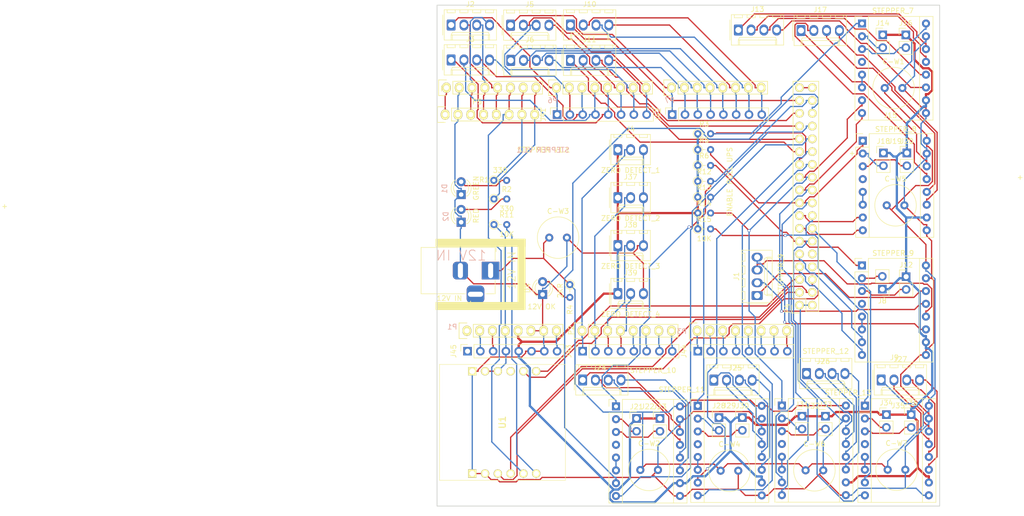
<source format=kicad_pcb>
(kicad_pcb (version 20240108) (generator "pcbnew") (generator_version "8.0")
  (title_block (date "mar. 31 mars 2015"))
  (layers (0 "F.Cu" signal) (31 "B.Cu" signal) (34 "B.Paste" user) (35 "F.Paste" user) (36 "B.SilkS" user "B.Silkscreen") (37 "F.SilkS" user "F.Silkscreen") (38 "B.Mask" user) (39 "F.Mask" user) (44 "Edge.Cuts" user))
  (net 0 "")
  (net 1 "Net-(D1-A)")
  (net 2 "Net-(D2-A)")
  (net 3 "Net-(D4-A)")
  (net 4 "GND")
  (net 6 "Net-(J9-Pin_5)")
  (net 7 "+5VL")
  (net 9 "Net-(J15-Pin_5)")
  (net 11 "/*7")
  (net 12 "/IOREF")
  (net 13 "/Reset")
  (net 14 "+3V3")
  (net 15 "/*11")
  (net 16 "/*12")
  (net 17 "/*13")
  (net 18 "/*3")
  (net 19 "/*4")
  (net 20 "/*5")
  (net 21 "/*6")
  (net 22 "/A0")
  (net 23 "/RX0{slash}0")
  (net 24 "/*2")
  (net 25 "/RX2{slash}17")
  (net 26 "/RX3{slash}15")
  (net 27 "/SCL{slash}21")
  (net 28 "/SDA{slash}20")
  (net 29 "/RX1{slash}19")
  (net 30 "SCLK")
  (net 31 "ES1_RST")
  (net 32 "Net-(P4-Pin_35)")
  (net 33 "/A1")
  (net 34 "MISO")
  (net 35 "MOSI")
  (net 36 "/A2")
  (net 37 "/A3")
  (net 38 "Net-(U1-INT)")
  (net 40 "/ROLL_STEP_V+")
  (net 41 "/STEPPER_9_D")
  (net 42 "/STEPPER_9_C")
  (net 43 "/STEPPER_9_B")
  (net 44 "/STEPPER_9_A")
  (net 45 "/AREF")
  (net 46 "/*9")
  (net 47 "/*8")
  (net 48 "/A4")
  (net 49 "/A5")
  (net 50 "SS")
  (net 51 "/A6")
  (net 52 "/STEPPER_3_D")
  (net 53 "/A7")
  (net 54 "/STEPPER_3_B")
  (net 55 "/A8")
  (net 56 "/STEPPER_4_D")
  (net 57 "/A9")
  (net 58 "/STEPPER_4_B")
  (net 59 "/A10")
  (net 60 "/9_MS1")
  (net 61 "/9_EN")
  (net 62 "/9_MS2")
  (net 63 "/9_STEP")
  (net 64 "/9_DIR")
  (net 65 "/STEPPER_5_D")
  (net 66 "/A11")
  (net 67 "/A12")
  (net 68 "/A13")
  (net 69 "/STEPPER_6_D")
  (net 70 "/STEPPER_6_C")
  (net 71 "/STEPPER_6_B")
  (net 72 "/STEPPER_6_A")
  (net 73 "/STEPPER_7_D")
  (net 74 "/STEPPER_7_C")
  (net 75 "/STEPPER_7_B")
  (net 76 "/STEPPER_7_A")
  (net 77 "/7_MS1")
  (net 78 "/7_EN")
  (net 79 "/7_MS2")
  (net 80 "/7_STEP")
  (net 81 "/7_DIR")
  (net 82 "/STEPPER_8_D")
  (net 83 "/STEPPER_8_C")
  (net 84 "/STEPPER_8_B")
  (net 85 "/STEPPER_8_A")
  (net 86 "/8_MS1")
  (net 87 "/8_EN")
  (net 88 "/8_MS2")
  (net 90 "Net-(J19-Pin_5)")
  (net 91 "/8_STEP")
  (net 92 "/8_DIR")
  (net 93 "/10_MS1")
  (net 94 "/10_EN")
  (net 95 "/10_MS2")
  (net 97 "Net-(J22-Pin_5)")
  (net 98 "/10_STEP")
  (net 99 "/10_DIR")
  (net 100 "/STEPPER_10_A")
  (net 101 "/STEPPER_10_B")
  (net 102 "/STEPPER_10_C")
  (net 103 "/STEPPER_10_D")
  (net 104 "/STEPPER_11_D")
  (net 105 "/STEPPER_11_C")
  (net 106 "/STEPPER_11_B")
  (net 107 "/STEPPER_11_A")
  (net 108 "/STEPPER_12_D")
  (net 109 "/STEPPER_12_C")
  (net 110 "/STEPPER_12_B")
  (net 111 "/STEPPER_12_A")
  (net 112 "/STEPPER_13_D")
  (net 113 "/STEPPER_13_C")
  (net 114 "/STEPPER_13_B")
  (net 115 "/STEPPER_13_A")
  (net 116 "/11_MS1")
  (net 117 "/11_EN")
  (net 118 "/11_MS2")
  (net 120 "Net-(J29-Pin_5)")
  (net 121 "/11_STEP")
  (net 122 "/11_DIR")
  (net 123 "/12_MS1")
  (net 124 "/12_EN")
  (net 125 "/12_MS2")
  (net 127 "Net-(J32-Pin_5)")
  (net 128 "/12_STEP")
  (net 129 "/12_DIR")
  (net 130 "/13_MS1")
  (net 131 "/13_EN")
  (net 132 "/13_MS2")
  (net 134 "Net-(J35-Pin_5)")
  (net 135 "/13_STEP")
  (net 136 "/13_DIR")
  (net 137 "/A14")
  (net 140 "/A15")
  (net 142 "VCC")
  (footprint "Socket_Arduino_Mega:Socket_Strip_Arduino_2x18" (layer "F.Cu") (at 197.358 114.046 90)
    (property "Reference" "P4")
    (property "Value" "Digital" (hide yes))
  )
  (footprint "Socket_Arduino_Mega:Socket_Strip_Arduino_1x08" (layer "F.Cu") (at 131.318 119.126)
    (property "Reference" "P1")
    (property "Value" "Power")
  )
  (footprint "Socket_Arduino_Mega:Socket_Strip_Arduino_1x08" (layer "F.Cu") (at 177.038 119.126)
    (property "Reference" "P3")
    (property "Value" "Analog")
  )
  (footprint "Socket_Arduino_Mega:Socket_Strip_Arduino_1x08" (layer "F.Cu") (at 127.254 70.866)
    (property "Reference" "P5")
    (property "Value" "PWM")
  )
  (footprint "Socket_Arduino_Mega:Socket_Strip_Arduino_1x08" (layer "F.Cu") (at 149.098 70.866)
    (property "Reference" "P6")
    (property "Value" "PWM")
  )
  (footprint "Socket_Arduino_Mega:Socket_Strip_Arduino_1x08" (layer "F.Cu") (at 171.958 70.866)
    (property "Reference" "P7")
    (property "Value" "Communication")
  )
  (footprint "LED_THT:LED_D3.0mm" (layer "F.Cu") (at 130.175 92.08 90)
    (property "Reference" "D1")
    (property "Value" "GREEN")
  )
  (footprint "LED_THT:LED_D3.0mm" (layer "F.Cu") (at 130.175 97.58 90)
    (property "Reference" "D2")
    (property "Value" "RED")
  )
  (footprint "Resistor_THT:R_Axial_DIN0204_L3.6mm_D1.6mm_P2.54mm_Vertical" (layer "F.Cu") (at 136.66 89.27)
    (property "Reference" "R1")
    (property "Value" "330")
  )
  (footprint "Connector_PinHeader_2.54mm:PinHeader_1x02_P2.54mm_Vertical" (layer "F.Cu") (at 169.65 136.545)
    (property "Reference" "J23")
    (property "Value" "10_MS2")
  )
  (footprint "LED_THT:LED_D3.0mm" (layer "F.Cu") (at 146.35 111.925 90)
    (property "Reference" "D4")
    (property "Value" "LED")
  )
  (footprint "Resistor_THT:R_Axial_DIN0204_L3.6mm_D1.6mm_P2.54mm_Vertical" (layer "F.Cu") (at 177.165 86.31)
    (property "Reference" "R6")
    (property "Value" "10K")
  )
  (footprint "Connector_PinHeader_2.54mm:PinHeader_1x02_P2.54mm_Vertical" (layer "F.Cu") (at 202.51 136.1)
    (property "Reference" "J33")
    (property "Value" "12_MS2")
  )
  (footprint "Connector_PinSocket_2.54mm:PinSocket_1x08_P2.54mm_Vertical" (layer "F.Cu") (at 172.085 76.2 90)
    (property "Reference" "J42")
    (property "Value" "Communication")
  )
  (footprint "Connector_PinHeader_2.54mm:PinHeader_1x02_P2.54mm_Vertical" (layer "F.Cu") (at 186.01 136.365)
    (property "Reference" "J30")
    (property "Value" "11_MS2")
  )
  (footprint "Connector_Molex:Molex_KK-254_AE-6410-03A_1x03_P2.54mm_Vertical" (layer "F.Cu") (at 161.29 92.71)
    (property "Reference" "J37")
    (property "Value" "ZERO DETECT_2")
  )
  (footprint "Connector_PinHeader_2.54mm:PinHeader_1x02_P2.54mm_Vertical" (layer "F.Cu") (at 214.61 135.78)
    (property "Reference" "J34")
    (property "Value" "13_MS1")
  )
  (footprint "Connector_Molex:Molex_KK-254_AE-6410-03A_1x03_P2.54mm_Vertical" (layer "F.Cu") (at 161.29 83.185)
    (property "Reference" "J4")
    (property "Value" "ZERO DETECT_1")
  )
  (footprint "Capacitor_THT:C_Radial_D8.0mm_H7.0mm_P3.50mm" (layer "F.Cu") (at 181.7 146.92)
    (property "Reference" "C-W4")
    (property "Value" "100uF")
  )
  (footprint "Connector_Molex:Molex_KK-254_AE-6410-04A_1x04_P2.54mm_Vertical" (layer "F.Cu") (at 213.58 128.905)
    (property "Reference" "J27")
    (property "Value" "STEPPER_13")
  )
  (footprint "Connector_PinSocket_2.54mm:PinSocket_1x08_P2.54mm_Vertical" (layer "F.Cu") (at 149.225 76.2 90)
    (property "Reference" "J41")
    (property "Value" "PWM")
  )
  (footprint "Resistor_THT:R_Axial_DIN0204_L3.6mm_D1.6mm_P2.54mm_Vertical" (layer "F.Cu") (at 177.165 89.46)
    (property "Reference" "R12")
    (property "Value" "10K")
  )
  (footprint "Connector_PinHeader_2.54mm:PinHeader_1x02_P2.54mm_Vertical" (layer "F.Cu") (at 181.36 136.365)
    (property "Reference" "J28")
    (property "Value" "11_MS1")
  )
  (footprint "Connector_Molex:Molex_KK-254_AE-6410-04A_1x04_P2.54mm_Vertical" (layer "F.Cu") (at 140.02 65.44)
    (property "Reference" "J6")
    (property "Value" "STEPPER_4")
  )
  (footprint "Connector_PinSocket_2.54mm:PinSocket_1x08_P2.54mm_Vertical" (layer "F.Cu") (at 154.305 123.19 90)
    (property "Reference" "J43")
    (property "Value" "Analog")
  )
  (footprint "Connector_Molex:Molex_KK-254_AE-6410-04A_1x04_P2.54mm_Vertical" (layer "F.Cu") (at 151.88 58.42)
    (property "Reference" "J10")
    (property "Value" "STEPPER_5")
  )
  (footprint "Resistor_THT:R_Axial_DIN0204_L3.6mm_D1.6mm_P2.54mm_Vertical" (layer "F.Cu") (at 177.165 95.76)
    (property "Reference" "R14")
    (property "Value" "10K")
  )
  (footprint "Connector_PinHeader_2.54mm:PinHeader_1x02_P2.54mm_Vertical" (layer "F.Cu") (at 218.53 108.39)
    (property "Reference" "J12")
    (property "Value" "9_MS2")
  )
  (footprint "Resistor_THT:R_Axial_DIN0204_L3.6mm_D1.6mm_P2.54mm_Vertical" (layer "F.Cu") (at 177.165 92.61)
    (property "Reference" "R13")
    (property "Value" "10K")
  )
  (footprint "Module:Pololu_Breakout-16_15.2x20.3mm" (layer "F.Cu") (at 210.34 134.02)
    (property "Reference" "J35")
    (property "Value" "STEPPER_13")
  )
  (footprint "Connector_PinHeader_2.54mm:PinHeader_1x02_P2.54mm_Vertical" (layer "F.Cu") (at 218.67 83.825)
    (property "Reference" "J20")
    (property "Value" "8_MS2")
  )
  (footprint "Module:Pololu_Breakout-16_15.2x20.3mm" (layer "F.Cu") (at 209.92 81.4)
    (property "Reference" "J19")
    (property "Value" "STEPPER_8")
  )
  (footprint "Connector_Molex:Molex_KK-254_AE-6410-04A_1x04_P2.54mm_Vertical" (layer "F.Cu") (at 180.34 128.925)
    (property "Reference" "J25")
    (property "Value" "STEPPER_11")
  )
  (footprint "Capacitor_THT:C_Radial_D8.0mm_H7.0mm_P3.50mm" (layer "F.Cu") (at 165.75 146.77)
    (property "Reference" "C-W2")
    (property "Value" "100uF")
  )
  (footprint "PT_Library_v001:PT_R_Axial_DIN0204_L3.6mm_D1.6mm_P2.54mm_Vertical" (layer "F.Cu") (at 136.69 92.965)
    (property "Reference" "R2")
    (property "Value" "330")
  )
  (footprint "Connector_PinHeader_2.54mm:PinHeader_1x02_P2.54mm_Vertical" (layer "F.Cu") (at 165 136.545)
    (property "Reference" "J21")
    (property "Value" "10_MS1")
  )
  (footprint "Resistor_THT:R_Axial_DIN0204_L3.6mm_D1.6mm_P2.54mm_Vertical" (layer "F.Cu") (at 151.75 109.96 -90)
    (property "Reference" "R4")
    (property "Value" "2000")
  )
  (footprint "Connector_Molex:Molex_KK-254_AE-6410-03A_1x03_P2.54mm_Vertical" (layer "F.Cu") (at 161.29 102.235)
    (property "Reference" "J38")
    (property "Value" "ZERO DETECT_3")
  )
  (footprint "Connector_PinHeader_2.54mm:PinHeader_1x02_P2.54mm_Vertical" (layer "F.Cu") (at 219.54 135.78)
    (property "Reference" "J36")
    (property "Value" "13_MS2")
  )
  (footprint "Capacitor_THT:C_Radial_D8.0mm_H7.0mm_P3.50mm" (layer "F.Cu") (at 214.28 70.93)
    (property "Reference" "C-W1")
    (property "Value" "100uF")
  )
  (footprint "Socket_Arduino_Mega:Socket_Strip_Arduino_1x08" (layer "F.Cu") (at 154.178 119.126)
    (property "Reference" "P2")
    (property "Value" "Analog")
  )
  (footprint "Connector_Molex:Molex_KK-254_AE-6410-04A_1x04_P2.54mm_Vertical" (layer "F.Cu") (at 151.87 65.44)
    (property "Reference" "J11")
    (property "Value" "STEPPER_6")
  )
  (footprint "Module:Pololu_Breakout-16_15.2x20.3mm" (layer "F.Cu") (at 209.77 58.12)
    (property "Reference" "J15")
    (property "Value" "STEPPER_7")
  )
  (footprint "Module:Pololu_Breakout-16_15.2x20.3mm" (layer "F.Cu") (at 177.16 134.04)
    (property "Reference" "J29")
    (property "Value" "STEPPER_11")
  )
  (footprint "Connector_PinHeader_2.54mm:PinHeader_1x02_P2.54mm_Vertical" (layer "F.Cu") (at 213.89 60.37)
    (property "Reference" "J14")
    (property "Value" "7_MS1")
  )
  (footprint "Connector_BarrelJack:BarrelJack_Horizontal" (layer "F.Cu") (at 136.025 107.1845)
    (property "Reference" "J7")
    (property "Value" "STEPPER IN 12-20VDC")
  )
  (footprint "Resistor_THT:R_Axial_DIN0204_L3.6mm_D1.6mm_P2.54mm_Vertical" (layer "F.Cu") (at 177.165 80.01)
    (property "Reference" "R3")
    (property "Value" "10K")
  )
  (footprint "Resistor_THT:R_Axial_DIN0204_L3.6mm_D1.6mm_P2.54mm_Vertical" (layer "F.Cu") (at 177.165 83.16)
    (property "Reference" "R5")
    (property "Value" "10K")
  )
  (footprint "Capacitor_THT:C_Radial_D8.0mm_H7.0mm_P3.50mm" (layer "F.Cu") (at 198.57 146.84)
    (property "Reference" "C-W6")
    (property "Value" "100uF")
  )
  (footprint "Module:Pololu_Breakout-16_15.2x20.3mm" (layer "F.Cu") (at 160.92 134.15)
    (property "Reference" "J22")
    (property "Value" "STEPPER_10")
  )
  (footprint "Resistor_THT:R_Axial_DIN0204_L3.6mm_D1.6mm_P2.54mm_Vertical" (layer "F.Cu") (at 177.165 98.91)
    (property "Reference" "R15")
    (property "Value" "10K")
  )
  (footprint "Connector_Molex:Molex_KK-254_AE-6410-04A_1x04_P2.54mm_Vertical" (layer "F.Cu") (at 128.19 65.36)
    (property "Reference" "J3")
    (property "Value" "STEPPER_2")
  )
  (footprint "Connector_Molex:Molex_KK-254_AE-6410-04A_1x04_P2.54mm_Vertical" (layer "F.Cu") (at 198.755 127.635)
    (property "Reference" "J26")
    (property "Value" "STEPPER_12")
  )
  (footprint "USR-ES1:USRES1" (layer "F.Cu") (at 132.38 147.48 90)
    (property "Reference" "U1")
    (property "Value" "USR-ES1" (hide yes))
  )
  (footprint "Connector_Molex:Molex_KK-254_AE-6410-04A_1x04_P2.54mm_Vertical" (layer "F.Cu") (at 154.305 128.905)
    (property "Reference" "J24")
    (property "Value" "STEPPER_10")
  )
  (footprint "Module:Pololu_Breakout-16_15.2x20.3mm" (layer "F.Cu") (at 193.86 133.99)
    (property "Reference" "J32")
    (property "Value" "STEPPER_12")
  )
  (footprint "Connector_PinHeader_2.54mm:PinHeader_1x02_P2.54mm_Vertical" (layer "F.Cu") (at 197.86 136.1)
    (property "Reference" "J31")
    (property "Value" "12_MS1")
  )
  (footprint "Module:Pololu_Breakout-16_15.2x20.3mm" (layer "F.Cu") (at 209.76 106.16)
    (property "Reference" "J9")
    (property "Value" "STEPPER_9")
  )
  (footprint "Connector_Molex:Molex_KK-254_AE-6410-04A_1x04_P2.54mm_Vertical" (layer "F.Cu") (at 139.99 58.46)
    (property "Reference" "J5")
    (property "Value" "STEPPER_3")
  )
  (footprint "Connector_Molex:Molex_KK-254_AE-6410-03A_1x03_P2.54mm_Vertical" (layer "F.Cu") (at 161.29 111.76)
    (property "Reference" "J39")
    (property "Value" "ZERO DETECT_4")
  )
  (footprint "Capacitor_THT:C_Radial_D8.0mm_H7.0mm_P3.50mm" (layer "F.Cu") (at 147.67 100.64)
    (property "Reference" "C-W3")
    (property "Value" "100uF")
  )
  (footprint "PT_Library_v001:PT_R_Axial_DIN0204_L3.6mm_D1.6mm_P2.54mm_Vertical" (layer "F.Cu") (at 136.69 98.045)
    (property "Reference" "R11")
    (property "Value" "10K")
  )
  (footprint "Socket_Arduino_Mega:Socket_Strip_Arduino_1x08" (layer "F.Cu") (at 127 76.2)
    (property "Reference" "P8")
    (property "Value" "PWM")
  )
  (footprint "Connector_PinSocket_2.54mm:PinSocket_1x08_P2.54mm_Vertical" (layer "F.Cu") (at 177.165 123.19 90)
    (property "Reference" "J44")
    (property "Value" "Analog")
  )
  (footprint "Connector_Molex:Molex_KK-254_AE-6410-04A_1x04_P2.54mm_Vertical" (layer "F.Cu") (at 128.19 58.42)
    (property "Reference" "J2")
    (property "Value" "STEPPER_1")
  )
  (footprint "Capacitor_THT:C_Radial_D8.0mm_H7.0mm_P3.50mm" (layer "F.Cu") (at 214.68 94.22)
    (property "Reference" "C-W5")
    (property "Value" "100uF")
  )
  (footprint "Connector_Molex:Molex_KK-254_AE-6410-04A_1x04_P2.54mm_Vertical" (layer "F.Cu") (at 197.66 59.51)
    (property "Reference" "J17")
    (property "Value" "STEPPER_8")
  )
  (footprint "Connector_PinHeader_2.54mm:PinHeader_1x02_P2.54mm_Vertical" (layer "F.Cu") (at 213.8 110.87 180)
    (property "Reference" "J8")
    (property "Value" "9_MS1")
  )
  (footprint "Connector_PinHeader_2.54mm:PinHeader_1x02_P2.54mm_Vertical" (layer "F.Cu") (at 214.02 83.825)
    (property "Reference" "J18")
    (property "Value" "8_MS1")
  )
  (footprint "Capacitor_THT:C_Radial_D8.0mm_H7.0mm_P3.50mm" (layer "F.Cu") (at 214.87 146.72)
    (property "Reference" "C-W7")
    (property "Value" "100uF")
  )
  (footprint "Connector_Molex:Molex_KK-254_AE-6410-04A_1x04_P2.54mm_Vertical" (layer "F.Cu") (at 185.21 59.41)
    (property "Reference" "J13")
    (property "Value" "STEPPER_7")
  )
  (footprint "Connector_PinHeader_2.54mm:PinHeader_1x02_P2.54mm_Vertical" (layer "F.Cu") (at 218.47 60.38)
    (property "Reference" "J16")
    (property "Value" "7_MS2")
  )
  (footprint "Connector_Molex:Molex_KK-254_AE-6410-04A_1x04_P2.54mm_Vertical" (layer "F.Cu") (at 188.95 112.14 90)
    (property "Reference" "J1")
    (property "Value" "STEPPER_9")
  )
  (footprint "Connector_PinSocket_2.54mm:PinSocket_1x08_P2.54mm_Vertical" (layer "F.Cu") (at 131.445 123.19 90)
    (property "Reference" "J45")
    (property "Value" "Power")
  )
  (gr_rect (start 138.675 100.949) (end 141.575 114.842) (stroke (width 0.15)) (fill none) (layer "F.SilkS"))
  (gr_rect (start 125.175 113.492) (end 142.875 114.935) (stroke (width 0.15)) (fill solid) (layer "F.SilkS"))
  (gr_rect (start 125.175 100.9455) (end 142.925 102.3885) (stroke (width 0.15)) (fill solid) (layer "F.SilkS"))
  (gr_rect (start 141.4535 100.942) (end 142.8965 114.842) (stroke (width 0.15)) (fill solid) (layer "F.SilkS"))
  (gr_rect (start 125.39 54.48) (end 225.19 153.94) (stroke (width 0.15)) (fill none) (layer "Edge.Cuts"))
  (gr_text "12V IN" (at 130.175 104.192 0) (layer "B.SilkS") (effects (font (size 2 2)) (justify mirror)))
  (gr_text "STEPPER V1.1" (at 151.765 83.82 0) (layer "B.SilkS") (effects (font (size 1 1)) (justify left bottom mirror)))
  (gr_text "ENABLE PULL UPS" (at 183.515 89.535 90) (layer "F.SilkS") (effects (font (size 1 1))))
  (gr_text "12V IN" (at 140.225 107.142 90) (layer "F.SilkS") (effects (font (size 1.5 1.5))))
  (gr_text "+" (at 39.455653 94.457447 90) (layer "F.SilkS") (effects (font (size 1 1))))
  (gr_text "2KR" (at 149.85 111.18 90) (layer "F.SilkS") (effects (font (size 1 1))))
  (gr_text "+" (at 207.739619 83.92 90) (layer "F.SilkS") (effects (font (size 1 1))))
  (gr_text "12V IN" (at 127.825 112.692 0) (layer "F.SilkS") (effects (font (size 1 1))))
  (gr_text "1" (at 131.593 113.528 90) (layer "F.SilkS") (effects (font (size 1 1))))
  (gr_text "STEPPER V1.1" (at 141.2 83.8 0) (layer "F.SilkS") (effects (font (size 1 1)) (justify left bottom)))
  (gr_text "+" (at 241.099619 88.72 90) (layer "F.SilkS") (effects (font (size 1 1))))
  (gr_text "12V OK" (at 146.15 114.35 0) (layer "F.SilkS") (effects (font (size 1 1))))
  (segment (start 139.2 89.27) (end 138.1747 89.27) (width 0.25) (layer "F.Cu") (net 1))
  (segment (start 130.9452 90.3102) (end 130.175 89.54) (width 0.25) (layer "F.Cu") (net 1))
  (segment (start 137.1345 90.3102) (end 130.9452 90.3102) (width 0.25) (layer "F.Cu") (net 1))
  (segment (start 138.1747 89.27) (end 137.1345 90.3102) (width 0.25) (layer "F.Cu") (net 1))
  (segment (start 139.23 92.965) (end 138.2047 92.965) (width 0.25) (layer "F.Cu") (net 2))
  (segment (start 136.1297 95.04) (end 130.175 95.04) (width 0.25) (layer "F.Cu") (net 2))
  (segment (start 138.2047 92.965) (end 136.1297 95.04) (width 0.25) (layer "F.Cu") (net 2))
  (segment (start 150.7247 112.5) (end 147.6097 109.385) (width 0.25) (layer "F.Cu") (net 3))
  (segment (start 151.75 112.5) (end 150.7247 112.5) (width 0.25) (layer "F.Cu") (net 3))
  (segment (start 147.6097 109.385) (end 146.35 109.385) (width 0.25) (layer "F.Cu") (net 3))
  (segment (start 137.3666 148.6736) (end 137.8169 149.1239) (width 0.25) (layer "F.Cu") (net 4))
  (segment (start 224.0572 109.1719) (end 224.0572 121.4988) (width 0.25) (layer "F.Cu") (net 4))
  (segment (start 141.1194 149.1239) (end 141.5697 148.6736) (width 0.25) (layer "F.Cu") (net 4))
  (segment (start 154.2277 103.6977) (end 164.3096 103.6977) (width 0.25) (layer "F.Cu") (net 4))
  (segment (start 222.0147 98.0547) (end 218.18 94.22) (width 0.25) (layer "F.Cu") (net 4))
  (segment (start 217.4621 127.8126) (end 221.3347 123.94) (width 0.25) (layer "F.Cu") (net 4))
  (segment (start 146.685 123.19) (end 144.145 123.19) (width 0.25) (layer "F.Cu") (net 4))
  (segment (start 176.2699 135.1654) (end 187.3201 135.1654) (width 0.25) (layer "F.Cu") (net 4))
  (segment (start 146.35 119.126) (end 144.018 119.126) (width 0.25) (layer "F.Cu") (net 4))
  (segment (start 133.5378 126.8706) (end 136.0431 124.3653) (width 0.25) (layer "F.Cu") (net 4))
  (segment (start 173.62 151.93) (end 174.7453 151.93) (width 0.25) (layer "F.Cu") (net 4))
  (segment (start 185.2 150.4052) (end 186.6148 151.82) (width 0.25) (layer "F.Cu") (net 4))
  (segment (start 164.3096 103.6977) (end 165.1747 102.8326) (width 0.25) (layer "F.Cu") (net 4))
  (segment (start 224.0572 121.4988) (end 222.7413 122.8147) (width 0.25) (layer "F.Cu") (net 4))
  (segment (start 168.2924 147.7276) (end 172.4947 151.93) (width 0.25) (layer "F.Cu") (net 4))
  (segment (start 221.6247 74.7747) (end 217.78 70.93) (width 0.25) (layer "F.Cu") (net 4))
  (segment (start 223.04 136.56) (end 223.04 135.4347) (width 0.25) (layer "F.Cu") (net 4))
  (segment (start 222.62 98.6173) (end 222.62 99.18) (width 0.25) (layer "F.Cu") (net 4))
  (segment (start 189.86 151.82) (end 190.9853 151.82) (width 0.25) (layer "F.Cu") (net 4))
  (segment (start 166.37 102.235) (end 165.1747 102.235) (width 0.25) (layer "F.Cu") (net 4))
  (segment (start 136.1136 148.6736) (end 137.3666 148.6736) (width 0.25) (layer "F.Cu") (net 4))
  (segment (start 151.17 100.64) (end 154.2277 103.6977) (width 0.25) (layer "F.Cu") (net 4))
  (segment (start 222.62 98.0547) (end 222.0147 98.0547) (width 0.25) (layer "F.Cu") (net 4))
  (segment (start 222.62 99.18) (end 222.62 100.3053) (width 0.25) (layer "F.Cu") (net 4))
  (segment (start 145.1247 111.925) (end 143.0055 109.8058) (width 0.25) (layer "F.Cu") (net 4))
  (segment (start 143.0055 109.8058) (end 132.6463 109.8058) (width 0.25) (layer "F.Cu") (net 4))
  (segment (start 223.5853 108.7) (end 224.0572 109.1719) (width 0.25) (layer "F.Cu") (net 4))
  (segment (start 222.47 75.9) (end 222.47 74.7747) (width 0.25) (layer "F.Cu") (net 4))
  (segment (start 168.2924 147.7276) (end 169.25 146.77) (width 0.25) (layer "F.Cu") (net 4))
  (segment (start 166.37 111.76) (end 166.37 105.7581) (width 0.25) (layer "F.Cu") (net 4))
  (segment (start 223.5853 101.2706) (end 223.5853 108.7) (width 0.25) (layer "F.Cu") (net 4))
  (segment (start 185.2 150.4052) (end 185.0002 150.605) (width 0.25) (layer "F.Cu") (net 4))
  (segment (start 201.2874 147.6226) (end 198.41 150.5) (width 0.25) (layer "F.Cu") (net 4))
  (segment (start 222.62 100.3053) (end 223.5853 101.2706) (width 0.25) (layer "F.Cu") (net 4))
  (segment (start 145.8289 148.6736) (end 146.251 148.2515) (width 0.25) (layer "F.Cu") (net 4))
  (segment (start 132.38 147.48) (end 134.92 147.48) (width 0.25) (layer "F.Cu") (net 4))
  (segment (start 174.7453 136.69) (end 176.2699 135.1654) (width 0.25) (layer "F.Cu") (net 4))
  (segment (start 192.3053 150.5) (end 190.9853 151.82) (width 0.25) (layer "F.Cu") (net 4))
  (segment (start 222.46 123.94) (end 222.46 122.8147) (width 0.25) (layer "F.Cu") (net 4))
  (segment (start 217.4621 130.0909) (end 217.4621 127.8126) (width 0.25) (layer "F.Cu") (net 4))
  (segment (start 134.92 147.48) (end 136.1136 148.6736) (width 0.25) (layer "F.Cu") (net 4))
  (segment (start 185.0002 150.605) (end 176.0703 150.605) (width 0.25) (layer "F.Cu") (net 4))
  (segment (start 136.0431 124.3653) (end 142.1618 124.3653) (width 0.25) (layer "F.Cu") (net 4))
  (segment (start 142.9697 123.5574) (end 142.9697 123.19) (width 0.25) (layer "F.Cu") (net 4))
  (segment (start 206.56 151.77) (end 205.4347 151.77) (width 0.25) (layer "F.Cu") (net 4))
  (segment (start 165.1747 102.8326) (end 165.1747 102.235) (width 0.25) (layer "F.Cu") (net 4))
  (segment (start 146.558 119.126) (end 146.35 119.126) (width 0.25) (layer "F.Cu") (net 4))
  (segment (start 201.2874 147.6226) (end 205.4347 151.77) (width 0.25) (layer "F.Cu") (net 4))
  (segment (start 222.46 123.94) (end 221.3347 123.94) (width 0.25) (layer "F.Cu") (net 4))
  (segment (start 222.62 98.6173) (end 222.62 98.0547) (width 0.25) (layer "F.Cu") (net 4))
  (segment (start 176.0703 150.605) (end 174.7453 151.93) (width 0.25) (layer "F.Cu") (net 4))
  (segment (start 173.62 151.93) (end 172.4947 151.93) (width 0.25) (layer "F.Cu") (net 4))
  (segment (start 146.35 119.126) (end 146.35 113.1503) (width 0.25) (layer "F.Cu") (net 4))
  (segment (start 132.6463 109.8058) (end 130.025 107.1845) (width 0.25) (layer "F.Cu") (net 4))
  (segment (start 133.5378 127.16) (end 133.5378 126.8706) (width 0.25) (layer "F.Cu") (net 4))
  (segment (start 146.251 148.2515) (end 167.7685 148.2515) (width 0.25) (layer "F.Cu") (net 4))
  (segment (start 202.07 146.84) (end 201.2874 147.6226) (width 0.25) (layer "F.Cu") (net 4))
  (segment (start 144.145 123.19) (end 142.9697 123.19) (width 0.25) (layer "F.Cu") (net 4))
  (segment (start 189.86 136.58) (end 188.7347 136.58) (width 0.25) (layer "F.Cu") (net 4))
  (segment (start 187.3201 135.1654) (end 188.7347 136.58) (width 0.25) (layer "F.Cu") (net 4))
  (segment (start 166.37 105.7581) (end 164.3096 103.6977) (width 0.25) (layer "F.Cu") (net 4))
  (segment (start 222.8059 135.4347) (end 217.4621 130.0909) (width 0.25) (layer "F.Cu") (net 4))
  (segment (start 198.41 150.5) (end 192.3053 150.5) (width 0.25) (layer "F.Cu") (net 4))
  (segment (start 185.2 146.92) (end 185.2 150.4052) (width 0.25) (layer "F.Cu") (net 4))
  (segment (start 222.47 74.7747) (end 221.6247 74.7747) (width 0.25) (layer "F.Cu") (net 4))
  (segment (start 186.6148 151.82) (end 189.86 151.82) (width 0.25) (layer "F.Cu") (net 4))
  (segment (start 132.38 127.16) (end 133.5378 127.16) (width 0.25) (layer "F.Cu") (net 4))
  (segment (start 173.62 136.69) (end 174.7453 136.69) (width 0.25) (layer "F.Cu") (net 4))
  (segment (start 222.46 108.7) (end 223.5853 108.7) (width 0.25) (layer "F.Cu") (net 4))
  (segment (start 223.04 135.4347) (end 222.8059 135.4347) (width 0.25) (layer "F.Cu") (net 4))
  (segment (start 222.7413 122.8147) (end 222.46 122.8147) (width 0.25) (layer "F.Cu") (net 4))
  (segment (start 142.1618 124.3653) (end 142.9697 123.5574) (width 0.25) (layer "F.Cu") (net 4))
  (segment (start 146.35 111.925) (end 146.35 113.1503) (width 0.25) (layer "F.Cu") (net 4))
  (segment (start 146.35 111.925) (end 145.1247 111.925) (width 0.25) (layer "F.Cu") (net 4))
  (segment (start 137.8169 149.1239) (end 141.1194 149.1239) (width 0.25) (layer "F.Cu") (net 4))
  (segment (start 167.7685 148.2515) (end 168.2924 147.7276) (width 0.25) (layer "F.Cu") (net 4))
  (segment (start 141.5697 148.6736) (end 145.8289 148.6736) (width 0.25) (layer "F.Cu") (net 4))
  (segment (start 166.37 83.185) (end 166.37 92.71) (width 0.25) (layer "B.Cu") (net 4))
  (segment (start 209.0529 150.4024) (end 218.37 150.4024) (width 0.25) (layer "B.Cu") (net 4))
  (segment (start 222.47 60.66) (end 222.47 61.7853) (width 0.25) (layer "B.Cu") (net 4))
  (segment (start 223.04 151.8) (end 221.9147 151.8) (width 0.25) (layer "B.Cu") (net 4))
  (segment (start 222.2409 61.7853) (end 220.1901 63.8361) (width 0.25) (layer "B.Cu") (net 4))
  (segment (start 129.7154 96.3547) (end 130.175 96.3547) (width 0.25) (layer "B.Cu") (net 4))
  (segment (start 218.37 150.4024) (end 220.5171 150.4024) (width 0.25) (layer "B.Cu") (net 4))
  (segment (start 130.175 90.8547) (end 129.7155 90.8547) (width 0.25) (layer "B.Cu") (net 4))
  (segment (start 173.3386 137.8153) (end 169.25 141.9039) (width 0.25) (layer "B.Cu") (net 4))
  (segment (start 146.685 123.19) (end 146.685 122.0147) (width 0.25) (layer "B.Cu") (net 4))
  (segment (start 218.18 89.2239) (end 222.3386 85.0653) (width 0.25) (layer "B.Cu") (net 4))
  (segment (start 220.1901 63.8361) (end 220.1901 68.5199) (width 0.25) (layer "B.Cu") (net 4))
  (segment (start 128.9443 90.0835) (end 128.9443 78.137) (width 0.25) (layer "B.Cu") (net 4))
  (segment (start 130.025 107.1845) (end 130.025 98.9553) (width 0.25) (layer "B.Cu") (net 4))
  (segment (start 128.9497 93.2187) (end 128.9497 95.589) (width 0.25) (layer "B.Cu") (net 4))
  (segment (start 130.175 91.5171) (end 130.175 90.8547) (width 0.25) (layer "B.Cu") (net 4))
  (segment (start 173.62 137.8153) (end 173.3386 137.8153) (width 0.25) (layer "B.Cu") (net 4))
  (segment (start 166.37 102.235) (end 166.37 92.71) (width 0.25) (layer "B.Cu") (net 4))
  (segment (start 197.5198 114.2078) (end 197.358 114.046) (width 0.25) (layer "B.Cu") (net 4))
  (segment (start 173.62 136.69) (end 173.62 137.8153) (width 0.25) (layer "B.Cu") (net 4))
  (segment (start 130.175 97.58) (end 130.175 98.8053) (width 0.25) (layer "B.Cu") (net 4))
  (segment (start 202.07 146.84) (end 202.07 141.02) (width 0.25) (layer "B.Cu") (net 4))
  (segment (start 146.8095 110.6997) (end 151.17 106.3392) (width 0.25) (layer "B.Cu") (net 4))
  (segment (start 151.17 106.3392) (end 151.17 100.64) (width 0.25) (layer "B.Cu") (net 4))
  (segment (start 129.54 72.4613) (end 129.54 76.2) (width 0.25) (layer "B.Cu") (net 4))
  (segment (start 132.38 147.48) (end 132.38 127.16) (width 0.25) (layer "B.Cu") (net 4))
  (segment (start 222.3386 82.8147) (end 222.62 82.8147) (width 0.25) (layer "B.Cu") (net 4))
  (segment (start 218.37 146.72) (end 218.37 142.1705) (width 0.25) (layer "B.Cu") (net 4))
  (segment (start 207.6853 151.77) (end 209.0529 150.4024) (width 0.25) (layer "B.Cu") (net 4))
  (segment (start 197.5198 128.7044) (end 197.5198 114.2078) (width 0.25) (layer "B.Cu") (net 4))
  (segment (start 218.18 94.22) (end 218.18 89.2239) (width 0.25) (layer "B.Cu") (net 4))
  (segment (start 221.4947 78.0006) (end 221.4947 81.9708) (width 0.25) (layer "B.Cu") (net 4))
  (segment (start 220.1901 68.5199) (end 217.78 70.93) (width 0.25) (layer "B.Cu") (net 4))
  (segment (start 220.5171 150.4024) (end 221.9147 151.8) (width 0.25) (layer "B.Cu") (net 4))
  (segment (start 130.175 91.5171) (end 130.175 91.9934) (width 0.25) (layer "B.Cu") (net 4))
  (segment (start 130.175 97.58) (end 130.175 96.3547) (width 0.25) (layer "B.Cu") (net 4))
  (segment (start 129.7155 90.8547) (end 128.9443 90.0835) (width 0.25) (layer "B.Cu") (net 4))
  (segment (start 205.9527 137.1373) (end 197.5198 128.7044) (width 0.25) (layer "B.Cu") (net 4))
  (segment (start 197.358 114.046) (end 199.898 114.046) (width 0.25) (layer "B.Cu") (net 4))
  (segment (start 221.4947 81.9708) (end 222.3386 82.8147) (width 0.25) (layer "B.Cu") (net 4))
  (segment (start 128.9497 95.589) (end 129.7154 96.3547) (width 0.25) (layer "B.Cu") (net 4))
  (segment (start 223.04 136.56) (end 223.04 137.6853) (width 0.25) (layer "B.Cu") (net 4))
  (segment (start 222.47 77.0253) (end 221.4947 78.0006) (width 0.25) (layer "B.Cu") (net 4))
  (segment (start 146.35 110.6997) (end 146.8095 110.6997) (width 0.25) (layer "B.Cu") (net 4))
  (segment (start 222.8552 137.6853) (end 223.04 137.6853) (width 0.25) (layer "B.Cu") (net 4))
  (segment (start 128.9443 78.137) (end 129.54 77.5413) (width 0.25) (layer "B.Cu") (net 4))
  (segment (start 129.794 70.866) (end 129.794 72.2073) (width 0.25) (layer "B.Cu") (net 4))
  (segment (start 206.56 151.77) (end 207.6853 151.77) (width 0.25) (layer "B.Cu") (net 4))
  (segment (start 218.37 142.1705) (end 222.8552 137.6853) (width 0.25) (layer "B.Cu") (net 4))
  (segment (start 222.3386 85.0653) (end 222.62 85.0653) (width 0.25) (layer "B.Cu") (net 4))
  (segment (start 169.25 141.9039) (end 169.25 146.77) (width 0.25) (layer "B.Cu") (net 4))
  (segment (start 129.54 76.2) (end 129.54 77.5413) (width 0.25) (layer "B.Cu") (net 4))
  (segment (start 146.35 111.925) (end 146.35 110.6997) (width 0.25) (layer "B.Cu") (net 4))
  (segment (start 146.685 122.0147) (end 146.558 121.8877) (width 0.25) (layer "B.Cu") (net 4))
  (segment (start 205.9527 137.1373) (end 206.56 136.53) (width 0.25) (layer "B.Cu") (net 4))
  (segment (start 218.37 150.4024) (end 218.37 146.72) (width 0.25) (layer "B.Cu") (net 4))
  (segment (start 222.47 75.9) (end 222.47 77.0253) (width 0.25) (layer "B.Cu") (net 4))
  (segment (start 130.025 98.9553) (end 130.175 98.8053) (width 0.25) (layer "B.Cu") (net 4))
  (segment (start 129.794 72.2073) (end 129.54 72.4613) (width 0.25) (layer "B.Cu") (net 4))
  (segment (start 130.175 91.9934) (end 128.9497 93.2187) (width 0.25) (layer "B.Cu") (net 4))
  (segment (start 146.558 121.8877) (end 146.558 119.126) (width 0.25) (layer "B.Cu") (net 4))
  (segment (start 130.175 92.08) (end 130.175 91.9934) (width 0.25) (layer "B.Cu") (net 4))
  (segment (start 222.47 61.7853) (end 222.2409 61.7853) (width 0.25) (layer "B.Cu") (net 4))
  (segment (start 222.62 83.94) (end 222.62 85.0653) (width 0.25) (layer "B.Cu") (net 4))
  (segment (start 222.62 83.94) (end 222.62 82.8147) (width 0.25) (layer "B.Cu") (net 4))
  (segment (start 202.07 141.02) (end 205.9527 137.1373) (width 0.25) (layer "B.Cu") (net 4))
  (segment (start 209.76 118.86) (end 209.76 116.32) (width 0.25) (layer "B.Cu") (net 6))
  (segment (start 223.0015 67.01) (end 223.7117 67.7202) (width 0.45) (layer "F.Cu") (net 7))
  (segment (start 142.2152 121.3045) (end 148.9542 121.3045) (width 0.45) (layer "F.Cu") (net 7))
  (segment (start 186.01 136.365) (end 187.2853 136.365) (width 0.45) (layer "F.Cu") (net 7))
  (segment (start 161.29 92.71) (end 161.29 83.185) (width 0.45) (layer "F.Cu") (net 7))
  (segment (start 215.2477 135.78) (end 215.8853 135.78) (width 0.45) (layer "F.Cu") (net 7))
  (segment (start 223.04 149.26) (end 223.04 148.0347) (width 0.45) (layer "F.Cu") (net 7))
  (segment (start 142.2152 121.3045) (end 141.478 120.5673) (width 0.45) (layer "F.Cu") (net 7))
  (segment (start 220.832 137.072) (end 220.832 146.3345) (width 0.45) (layer "F.Cu") (net 7))
  (segment (start 222.47 73.36) (end 222.47 72.1347) (width 0.45) (layer "F.Cu") (net 7))
  (segment (start 141.605 121.9147) (end 142.2152 121.3045) (width 0.45) (layer "F.Cu") (net 7))
  (segment (start 219.065 135.78) (end 219.54 135.78) (width 0.45) (layer "F.Cu") (net 7))
  (segment (start 218.47 60.38) (end 217.1947 60.38) (width 0.45) (layer "F.Cu") (net 7))
  (segment (start 223.7117 67.7202) (end 223.7117 71.3525) (width 0.45) (layer "F.Cu") (net 7))
  (segment (start 219.065 135.78) (end 218.2647 135.78) (width 0.45) (layer "F.Cu") (net 7))
  (segment (start 215.2477 135.78) (end 214.61 135.78) (width 0.45) (layer "F.Cu") (net 7))
  (segment (start 218.47 60.38) (end 220.208 62.118) (width 0.45) (layer "F.Cu") (net 7))
  (segment (start 206.56 149.23) (end 207.7853 149.23) (width 0.45) (layer "F.Cu") (net 7))
  (segment (start 223.7117 71.3525) (end 222.9295 72.1347) (width 0.45) (layer "F.Cu") (net 7))
  (segment (start 194.8793 137.8054) (end 188.7257 137.8054) (width 0.45) (layer "F.Cu") (net 7))
  (segment (start 221.9034 67.01) (end 223.0015 67.01) (width 0.45) (layer "F.Cu") (net 7))
  (segment (start 212.8147 135.26) (end 204.6253 135.26) (width 0.45) (layer "F.Cu") (net 7))
  (segment (start 220.832 146.3345) (end 219.1765 147.99) (width 0.45) (layer "F.Cu") (net 7))
  (segment (start 161.29 102.235) (end 161.29 95.76) (width 0.45) (layer "F.Cu") (net 7))
  (segment (start 197.86 136.1) (end 196.5847 136.1) (width 0.45) (layer "F.Cu") (net 7))
  (segment (start 141.605 123.19) (end 141.605 121.9147) (width 0.45) (layer "F.Cu") (net 7))
  (segment (start 202.51 136.1) (end 197.86 136.1) (width 0.45) (layer "F.Cu") (net 7))
  (segment (start 188.7257 137.8054) (end 187.2853 136.365) (width 0.45) (layer "F.Cu") (net 7))
  (segment (start 213.3347 135.78) (end 212.8147 135.26) (width 0.45) (layer "F.Cu") (net 7))
  (segment (start 158.4987 111.76) (end 161.29 111.76) (width 0.45) (layer "F.Cu") (net 7))
  (segment (start 219.1765 147.99) (end 209.0253 147.99) (width 0.45) (layer "F.Cu") (net 7))
  (segment (start 214.61 135.78) (end 213.3347 135.78) (width 0.45) (layer "F.Cu") (net 7))
  (segment (start 222.5322 148.0347) (end 223.04 148.0347) (width 0.45) (layer "F.Cu") (net 7))
  (segment (start 161.29 95.76) (end 177.165 95.76) (width 0.45) (layer "F.Cu") (net 7))
  (segment (start 202.51 136.1) (end 203.7853 136.1) (width 0.45) (layer "F.Cu") (net 7))
  (segment (start 222.9295 72.1347) (end 222.47 72.1347) (width 0.45) (layer "F.Cu") (net 7))
  (segment (start 177.165 95.76) (end 177.165 92.61) (width 0.45) (layer "F.Cu") (net 7))
  (segment (start 218.2647 135.78) (end 215.8853 135.78) (width 0.45) (layer "F.Cu") (net 7))
  (segment (start 148.9542 121.3045) (end 158.4987 111.76) (width 0.45) (layer "F.Cu") (net 7))
  (segment (start 161.29 95.76) (end 161.29 92.71) (width 0.45) (layer "F.Cu") (net 7))
  (segment (start 165 136.545) (end 169.65 136.545) (width 0.45) (layer "F.Cu") (net 7))
  (segment (start 204.6253 135.26) (end 203.7853 136.1) (width 0.45) (layer "F.Cu") (net 7))
  (segment (start 219.54 135.78) (end 220.832 137.072) (width 0.45) (layer "F.Cu") (net 7))
  (segment (start 141.478 119.126) (end 141.478 120.5673) (width 0.45) (layer "F.Cu") (net 7))
  (segment (start 213.89 60.37) (end 217.1847 60.37) (width 0.45) (layer "F.Cu") (net 7))
  (segment (start 220.208 62.118) (end 220.208 65.3146) (width 0.45) (layer "F.Cu") (net 7))
  (segment (start 220.208 65.3146) (end 221.9034 67.01) (width 0.45) (layer "F.Cu") (net 7))
  (segment (start 209.0253 147.99) (end 207.7853 149.23) (width 0.45) (layer "F.Cu") (net 7))
  (segment (start 196.5847 136.1) (end 194.8793 137.8054) (width 0.45) (layer "F.Cu") (net 7))
  (segment (start 220.832 146.3345) (end 222.5322 148.0347) (width 0.45) (layer "F.Cu") (net 7))
  (segment (start 217.1847 60.37) (end 217.1947 60.38) (width 0.45) (layer "F.Cu") (net 7))
  (segment (start 184.7347 136.365) (end 183.685 137.4147) (width 0.45) (layer "B.Cu") (net 7))
  (segment (start 217.3947 83.825) (end 216.6859 84.5338) (width 0.45) (layer "B.Cu") (net 7))
  (segment (start 216.6859 84.5338) (end 216.6859 94.7959) (width 0.45) (layer "B.Cu") (net 7))
  (segment (start 222.46 120.1747) (end 222.0004 120.1747) (width 0.45) (layer "B.Cu") (net 7))
  (segment (start 218.53 108.6891) (end 217.2562 108.6891) (width 0.45) (layer "B.Cu") (net 7))
  (segment (start 177.165 83.16) (end 177.165 80.01) (width 0.45) (layer "B.Cu") (net 7))
  (segment (start 189.86 149.28) (end 189.86 148.0547) (width 0.45) (layer "B.Cu") (net 7))
  (segment (start 177.165 98.91) (end 177.165 95.76) (width 0.45) (layer "B.Cu") (net 7))
  (segment (start 176.2253 148.01) (end 174.8453 149.39) (width 0.45) (layer "B.Cu") (net 7))
  (segment (start 168.5843 153.2004) (end 160.3761 153.2004) (width 0.45) (layer "B.Cu") (net 7))
  (segment (start 161.3885 150.66) (end 160.4314 150.66) (width 0.45) (layer "B.Cu") (net 7))
  (segment (start 216.0041 84.5338) (end 215.2953 83.825) (width 0.45) (layer "B.Cu") (net 7))
  (segment (start 186.01 136.365) (end 184.7347 136.365) (width 0.45) (layer "B.Cu") (net 7))
  (segment (start 177.165 86.31) (end 177.165 89.46) (width 0.45) (layer "B.Cu") (net 7))
  (segment (start 177.165 86.31) (end 177.165 83.16) (width 0.45) (layer "B.Cu") (net 7))
  (segment (start 218.53 108.6891) (end 218.53 108.39) (width 0.45) (layer "B.Cu") (net 7))
  (segment (start 217.2562 108.6891) (end 215.0753 110.87) (width 0.45) (layer "B.Cu") (net 7))
  (segment (start 220.0458 134.5047) (end 223.7129 130.8376) (width 0.45) (layer "B.Cu") (net 7))
  (segment (start 141.605 123.19) (end 141.605 124.4653) (width 0.45) (layer "B.Cu") (net 7))
  (segment (start 159.647 152.4713) (end 159.647 151.4444) (width 0.45) (layer "B.Cu") (net 7))
  (segment (start 160.4314 150.66) (end 143.8221 134.0507) (width 0.45) (layer "B.Cu") (net 7))
  (segment (start 183.685 142.9901) (end 183.685 137.4147) (width 0.45) (layer "B.Cu") (net 7))
  (segment (start 159.647 151.4444) (end 160.4314 150.66) (width 0.45) (layer "B.Cu") (net 7))
  (segment (start 219.54 134.5047) (end 220.0458 134.5047) (width 0.45) (layer "B.Cu") (net 7))
  (segment (start 178.6651 148.01) (end 176.2253 148.01) (width 0.45) (layer "B.Cu") (net 7))
  (segment (start 216.6859 94.7959) (end 218.53 96.64) (width 0.45) (layer "B.Cu") (net 7))
  (segment (start 222.9678 122.6253) (end 222.46 122.6253) (width 0.45) (layer "B.Cu") (net 7))
  (segment (start 160.3761 153.2004) (end 159.647 152.4713) (width 0.45) (layer "B.Cu") (net 7))
  (segment (start 222.47 73.36) (end 222.47 74.5853) (width 0.45) (layer "B.Cu") (net 7))
  (segment (start 183.685 142.9901) (end 178.6651 148.01) (width 0.45) (layer "B.Cu") (net 7))
  (segment (start 222.47 74.5853) (end 222.0105 74.5853) (width 0.45) (layer "B.Cu") (net 7))
  (segment (start 143.8221 126.5503) (end 141.7371 124.4653) (width 0.45) (layer "B.Cu") (net 7))
  (segment (start 141.7371 124.4653) (end 141.605 124.4653) (width 0.45) (layer "B.Cu") (net 7))
  (segment (start 161.29 111.76) (end 161.29 102.235) (width 0.45) (layer "B.Cu") (net 7))
  (segment (start 214.02 83.825) (end 215.2953 83.825) (width 0.45) (layer "B.Cu") (net 7))
  (segment (start 222.46 121.4) (end 222.46 120.1747) (width 0.45) (layer "B.Cu") (net 7))
  (segment (start 218.53 96.64) (end 218.53 108.39) (width 0.45) (layer "B.Cu") (net 7))
  (segment (start 216.6859 84.5338) (end 216.0041 84.5338) (width 0.45) (layer "B.Cu") (net 7))
  (segment (start 218.67 77.9258) (end 218.67 83.825) (width 0.45) (layer "B.Cu") (net 7))
  (segment (start 221.2347 111.3938) (end 218.53 108.6891) (width 0.45) (layer "B.Cu") (net 7))
  (segment (start 183.685 137.4147) (end 182.6353 136.365) (width 0.45) (layer "B.Cu") (net 7))
  (segment (start 172.3947 149.39) (end 168.5843 153.2004) (width 0.45) (layer "B.Cu") (net 7))
  (segment (start 213.8 110.87) (end 215.0753 110.87) (width 0.45) (layer "B.Cu") (net 7))
  (segment (start 173.62 149.39) (end 174.8453 149.39) (width 0.45) (layer "B.Cu") (net 7))
  (segment (start 222.0004 120.1747) (end 221.2347 119.409) (width 0.45) (layer "B.Cu") (net 7))
  (segment (start 143.8221 134.0507) (end 143.8221 126.5503) (width 0.45) (layer "B.Cu") (net 7))
  (segment (start 177.165 89.46) (end 177.165 92.61) (width 0.45) (layer "B.Cu") (net 7))
  (segment (start 222.0105 74.5853) (end 218.67 77.9258) (width 0.45) (layer "B.Cu") (net 7))
  (segment (start 223.7129 130.8376) (end 223.7129 123.3704) (width 0.45) (layer "B.Cu") (net 7))
  (segment (start 218.67 83.825) (end 217.3947 83.825) (width 0.45) (layer "B.Cu") (net 7))
  (segment (start 163.6945 137.8505) (end 163.6945 148.354) (width 0.45) (layer "B.Cu") (net 7))
  (segment (start 221.2347 119.409) (end 221.2347 111.3938) (width 0.45) (layer "B.Cu") (net 7))
  (segment (start 173.62 149.39) (end 172.3947 149.39) (width 0.45) (layer "B.Cu") (net 7))
  (segment (start 165 136.545) (end 163.6945 137.8505) (width 0.45) (layer "B.Cu") (net 7))
  (segment (start 188.7496 148.0547) (end 183.685 142.9901) (width 0.45) (layer "B.Cu") (net 7))
  (segment (start 181.36 136.365) (end 182.6353 136.365) (width 0.45) (layer "B.Cu") (net 7))
  (segment (start 218.53 96.64) (end 222.62 96.64) (width 0.45) (layer "B.Cu") (net 7))
  (segment (start 222.46 121.4) (end 222.46 122.6253) (width 0.45) (layer "B.Cu") (net 7))
  (segment (start 219.54 135.78) (end 219.54 134.5047) (width 0.45) (layer "B.Cu") (net 7))
  (segment (start 223.7129 123.3704) (end 222.9678 122.6253) (width 0.45) (layer "B.Cu") (net 7))
  (segment (start 163.6945 148.354) (end 161.3885 150.66) (width 0.45) (layer "B.Cu") (net 7))
  (segment (start 189.86 148.0547) (end 188.7496 148.0547) (width 0.45) (layer "B.Cu") (net 7))
  (segment (start 209.77 70.82) (end 209.77 68.28) (width 0.25) (layer "B.Cu") (net 9))
  (segment (start 129.6344 56.9756) (end 136.3235 56.9756) (width 0.25) (layer "F.Cu") (net 11))
  (segment (start 143.83 66.7869) (end 147.9091 70.866) (width 0.25) (layer "F.Cu") (net 11))
  (segment (start 143.83 64.5799) (end 143.83 66.7869) (width 0.25) (layer "F.Cu") (net 11))
  (segment (start 137.6978 58.3499) (end 137.6978 58.4477) (width 0.25) (layer "F.Cu") (net 11))
  (segment (start 137.6978 58.4477) (end 143.83 64.5799) (width 0.25) (layer "F.Cu") (net 11))
  (segment (start 149.098 70.866) (end 147.9091 70.866) (width 0.25) (layer "F.Cu") (net 11))
  (segment (start 136.3235 56.9756) (end 137.6978 58.3499) (width 0.25) (layer "F.Cu") (net 11))
  (segment (start 128.19 58.42) (end 129.6344 56.9756) (width 0.25) (layer "F.Cu") (net 11))
  (segment (start 149.098 72.2073) (end 149.225 72.3343) (width 0.25) (layer "B.Cu") (net 11))
  (segment (start 149.225 72.3343) (end 149.225 76.2) (width 0.25) (layer "B.Cu") (net 11))
  (segment (start 149.098 70.866) (end 149.098 72.2073) (width 0.25) (layer "B.Cu") (net 11))
  (segment (start 133.985 123.19) (end 133.985 120.5943) (width 0.25) (layer "B.Cu") (net 12))
  (segment (start 133.985 120.5943) (end 133.858 120.4673) (width 0.25) (layer "B.Cu") (net 12))
  (segment (start 133.858 119.126) (end 133.858 120.4673) (width 0.25) (layer "B.Cu") (net 12))
  (segment (start 136.398 121.8877) (end 136.398 119.126) (width 0.25) (layer "F.Cu") (net 13))
  (segment (start 136.525 123.19) (end 136.525 122.0147) (width 0.25) (layer "F.Cu") (net 13))
  (segment (start 136.525 122.0147) (end 136.398 121.8877) (width 0.25) (layer "F.Cu") (net 13))
  (segment (start 137.46 127.16) (end 134.92 127.16) (width 0.25) (layer "F.Cu") (net 14))
  (segment (start 139.065 123.19) (end 139.065 120.5943) (width 0.25) (layer "B.Cu") (net 14))
  (segment (start 137.46 127.16) (end 139.065 125.555) (width 0.25) (layer "B.Cu") (net 14))
  (segment (start 138.938 119.126) (end 138.938 120.4673) (width 0.25) (layer "B.Cu") (net 14))
  (segment (start 138.938 100.293) (end 136.69 98.045) (width 0.25) (layer "B.Cu") (net 14))
  (segment (start 138.938 119.126) (end 138.938 100.293) (width 0.25) (layer "B.Cu") (net 14))
  (segment (start 139.065 125.555) (end 139.065 123.19) (width 0.25) (layer "B.Cu") (net 14))
  (segment (start 139.065 120.5943) (end 138.938 120.4673) (width 0.25) (layer "B.Cu") (net 14))
  (segment (start 137.414 70.866) (end 136.2251 70.866) (width 0.25) (layer "F.Cu") (net 15))
  (segment (start 130.73 58.42) (end 131.9253 58.42) (width 0.25) (layer "F.Cu") (net 15))
  (segment (start 131.9253 58.42) (end 131.9253 65.992) (width 0.25) (layer "F.Cu") (net 15))
  (segment (start 136.2251 70.2918) (end 136.2251 70.866) (width 0.25) (layer "F.Cu") (net 15))
  (segment (start 137.16 72.4613) (end 137.414 72.2073) (width 0.25) (layer "F.Cu") (net 15))
  (segment (start 137.16 76.2) (end 137.16 72.4613) (width 0.25) (layer "F.Cu") (net 15))
  (segment (start 131.9253 65.992) (end 136.2251 70.2918) (width 0.25) (layer "F.Cu") (net 15))
  (segment (start 137.414 70.866) (end 137.414 72.2073) (width 0.25) (layer "F.Cu") (net 15))
  (segment (start 134.874 70.866) (end 134.874 72.2073) (width 0.25) (layer "F.Cu") (net 16))
  (segment (start 134.62 72.4613) (end 134.62 76.2) (width 0.25) (layer "F.Cu") (net 16))
  (segment (start 134.874 72.2073) (end 134.62 72.4613) (width 0.25) (layer "F.Cu") (net 16))
  (segment (start 134.874 70.866) (end 134.874 69.5247) (width 0.25) (layer "B.Cu") (net 16))
  (segment (start 134.4653 58.42) (end 134.4653 69.116) (width 0.25) (layer "B.Cu") (net 16))
  (segment (start 134.4653 69.116) (end 134.874 69.5247) (width 0.25) (layer "B.Cu") (net 16))
  (segment (start 133.27 58.42) (end 134.4653 58.42) (width 0.25) (layer "B.Cu") (net 16))
  (segment (start 132.08 72.4613) (end 132.08 76.2) (width 0.25) (layer "F.Cu") (net 17))
  (segment (start 132.334 72.2073) (end 132.08 72.4613) (width 0.25) (layer "F.Cu") (net 17))
  (segment (start 132.334 70.866) (end 132.334 72.2073) (width 0.25) (layer "F.Cu") (net 17))
  (segment (start 132.7924 56.9296) (end 132 57.722) (width 0.25) (layer "B.Cu") (net 17))
  (segment (start 132.334 70.866) (end 132.334 69.5247) (width 0.25) (layer "B.Cu") (net 17))
  (segment (start 134.3196 56.9296) (end 132.7924 56.9296) (width 0.25) (layer "B.Cu") (net 17))
  (segment (start 132 69.1907) (end 132.334 69.5247) (width 0.25) (layer "B.Cu") (net 17))
  (segment (start 132 57.722) (end 132 69.1907) (width 0.25) (layer "B.Cu") (net 17))
  (segment (start 135.81 58.42) (end 134.3196 56.9296) (width 0.25) (layer "B.Cu") (net 17))
  (segment (start 128.19 65.36) (end 128.7196 65.36) (width 0.25) (layer "F.Cu") (net 18))
  (segment (start 133.5405 75.1997) (end 133.35 75.3902) (width 0.25) (layer "F.Cu") (net 18))
  (segment (start 133.35 75.3902) (end 133.35 76.7844) (width 0.25) (layer "F.Cu") (net 18))
  (segment (start 156.9393 77.8377) (end 158.2097 76.5673) (width 0.25) (layer "F.Cu") (net 18))
  (segment (start 159.385 76.2) (end 158.2097 76.2) (width 0.25) (layer "F.Cu") (net 18))
  (segment (start 133.35 76.7844) (end 134.4033 77.8377) (width 0.25) (layer "F.Cu") (net 18))
  (segment (start 133.5405 70.1809) (end 133.5405 75.1997) (width 0.25) (layer "F.Cu") (net 18))
  (segment (start 158.2097 76.5673) (end 158.2097 76.2) (width 0.25) (layer "F.Cu") (net 18))
  (segment (start 134.4033 77.8377) (end 156.9393 77.8377) (width 0.25) (layer "F.Cu") (net 18))
  (segment (start 128.7196 65.36) (end 133.5405 70.1809) (width 0.25) (layer "F.Cu") (net 18))
  (segment (start 159.385 72.3343) (end 159.258 72.2073) (width 0.25) (layer "B.Cu") (net 18))
  (segment (start 159.258 70.866) (end 159.258 72.2073) (width 0.25) (layer "B.Cu") (net 18))
  (segment (start 159.385 76.2) (end 159.385 72.3343) (width 0.25) (layer "B.Cu") (net 18))
  (segment (start 156.718 75.7394) (end 156.718 70.866) (width 0.25) (layer "B.Cu") (net 19))
  (segment (start 147.8691 77.3753) (end 154.8618 77.3753) (width 0.25) (layer "B.Cu") (net 19))
  (segment (start 156.845 76.2) (end 156.2574 76.2) (width 0.25) (layer "B.Cu") (net 19))
  (segment (start 156.2574 76.2) (end 155.6697 76.2) (width 0.25) (layer "B.Cu") (net 19))
  (segment (start 130.73 66.7803) (end 131.064 67.1143) (width 0.25) (layer "B.Cu") (net 19))
  (segment (start 156.2574 76.2) (end 156.718 75.7394) (width 0.25) (layer "B.Cu") (net 19))
  (segment (start 155.6697 76.5674) (end 155.6697 76.2) (width 0.25) (layer "B.Cu") (net 19))
  (segment (start 130.73 65.36) (end 130.73 66.7803) (width 0.25) (layer "B.Cu") (net 19))
  (segment (start 143.8675 73.3737) (end 147.8691 77.3753) (width 0.25) (layer "B.Cu") (net 19))
  (segment (start 132.9388 73.3737) (end 143.8675 73.3737) (width 0.25) (layer "B.Cu") (net 19))
  (segment (start 131.064 67.1143) (end 131.064 71.4989) (width 0.25) (layer "B.Cu") (net 19))
  (segment (start 154.8618 77.3753) (end 155.6697 76.5674) (width 0.25) (layer "B.Cu") (net 19))
  (segment (start 131.064 71.4989) (end 132.9388 73.3737) (width 0.25) (layer "B.Cu") (net 19))
  (segment (start 134.4653 65.9577) (end 137.184 68.6764) (width 0.25) (layer "F.Cu") (net 20))
  (segment (start 151.2558 77.3753) (end 152.3218 77.3753) (width 0.25) (layer "F.Cu") (net 20))
  (segment (start 133.27 65.36) (end 134.4653 65.36) (width 0.25) (layer "F.Cu") (net 20))
  (segment (start 150.4004 76.5199) (end 151.2558 77.3753) (width 0.25) (layer "F.Cu") (net 20))
  (segment (start 144.6784 68.6764) (end 150.4004 74.3984) (width 0.25) (layer "F.Cu") (net 20))
  (segment (start 137.184 68.6764) (end 144.6784 68.6764) (width 0.25) (layer "F.Cu") (net 20))
  (segment (start 150.4004 74.3984) (end 150.4004 76.5199) (width 0.25) (layer "F.Cu") (net 20))
  (segment (start 134.4653 65.36) (end 134.4653 65.9577) (width 0.25) (layer "F.Cu") (net 20))
  (segment (start 152.3218 77.3753) (end 153.1297 76.5674) (width 0.25) (layer "F.Cu") (net 20))
  (segment (start 153.1297 76.5674) (end 153.1297 76.2) (width 0.25) (layer "F.Cu") (net 20))
  (segment (start 154.305 76.2) (end 153.1297 76.2) (width 0.25) (layer "F.Cu") (net 20))
  (segment (start 154.178 74.8977) (end 154.178 70.866) (width 0.25) (layer "B.Cu") (net 20))
  (segment (start 154.305 75.0247) (end 154.178 74.8977) (width 0.25) (layer "B.Cu") (net 20))
  (segment (start 154.305 76.2) (end 154.305 75.0247) (width 0.25) (layer "B.Cu") (net 20))
  (segment (start 151.765 72.3343) (end 151.638 72.2073) (width 0.25) (layer "F.Cu") (net 21))
  (segment (start 151.638 70.866) (end 151.638 72.2073) (width 0.25) (layer "F.Cu") (net 21))
  (segment (start 151.765 76.2) (end 151.765 72.3343) (width 0.25) (layer "F.Cu") (net 21))
  (segment (start 150.4491 70.3459) (end 150.4491 70.866) (width 0.25) (layer "B.Cu") (net 21))
  (segment (start 137.0053 65.36) (end 140.2274 68.5821) (width 0.25) (layer "B.Cu") (net 21))
  (segment (start 151.638 70.866) (end 150.4491 70.866) (width 0.25) (layer "B.Cu") (net 21))
  (segment (start 135.81 65.36) (end 137.0053 65.36) (width 0.25) (layer "B.Cu") (net 21))
  (segment (start 140.2274 68.5821) (end 148.6853 68.5821) (width 0.25) (layer "B.Cu") (net 21))
  (segment (start 148.6853 68.5821) (end 150.4491 70.3459) (width 0.25) (layer "B.Cu") (net 21))
  (segment (start 162.6347 84.3803) (end 154.178 92.837) (width 0.25) (layer "B.Cu") (net 22))
  (segment (start 162.6347 83.185) (end 162.6347 84.3803) (width 0.25) (layer "B.Cu") (net 22))
  (segment (start 154.178 120.4673) (end 154.305 120.5943) (width 0.25) (layer "B.Cu") (net 22))
  (segment (start 154.178 92.837) (end 154.178 119.126) (width 0.25) (layer "B.Cu") (net 22))
  (segment (start 154.305 120.5943) (end 154.305 123.19) (width 0.25) (layer "B.Cu") (net 22))
  (segment (start 163.83 83.185) (end 162.6347 83.185) (width 0.25) (layer "B.Cu") (net 22))
  (segment (start 154.178 119.126) (end 154.178 120.4673) (width 0.25) (layer "B.Cu") (net 22))
  (segment (start 143.7253 57.8624) (end 143.7253 58.46) (width 0.25) (layer "F.Cu") (net 23))
  (segment (start 142.53 58.46) (end 143.7253 58.46) (width 0.25) (layer "F.Cu") (net 23))
  (segment (start 151.1657 60.0414) (end 148.1299 57.0056) (width 0.25) (layer "F.Cu") (net 23))
  (segment (start 156.0931 63.8333) (end 152.3012 60.0414) (width 0.25) (layer "F.Cu") (net 23))
  (segment (start 166.878 70.866) (end 159.8453 63.8333) (width 0.25) (layer "F.Cu") (net 23))
  (segment (start 152.3012 60.0414) (end 151.1657 60.0414) (width 0.25) (layer "F.Cu") (net 23))
  (segment (start 144.5821 57.0056) (end 143.7253 57.8624) (width 0.25) (layer "F.Cu") (net 23))
  (segment (start 148.1299 57.0056) (end 144.5821 57.0056) (width 0.25) (layer "F.Cu") (net 23))
  (segment (start 159.8453 63.8333) (end 156.0931 63.8333) (width 0.25) (layer "F.Cu") (net 23))
  (segment (start 166.878 70.866) (end 166.878 72.2073) (width 0.25) (layer "B.Cu") (net 23))
  (segment (start 167.005 72.3343) (end 167.005 76.2) (width 0.25) (layer "B.Cu") (net 23))
  (segment (start 166.878 72.2073) (end 167.005 72.3343) (width 0.25) (layer "B.Cu") (net 23))
  (segment (start 160.6091 70.866) (end 160.6091 70.3459) (width 0.25) (layer "F.Cu") (net 24))
  (segment (start 157.5325 67.2693) (end 156.8454 67.2693) (width 0.25) (layer "F.Cu") (net 24))
  (segment (start 156.8454 67.2693) (end 155.68 66.1039) (width 0.25) (layer "F.Cu") (net 24))
  (segment (start 161.798 70.866) (end 160.6091 70.866) (width 0.25) (layer "F.Cu") (net 24))
  (segment (start 151.5768 61.2315) (end 148.8053 58.46) (width 0.25) (layer "F.Cu") (net 24))
  (segment (start 152.1171 61.2315) (end 151.5768 61.2315) (width 0.25) (layer "F.Cu") (net 24))
  (segment (start 155.68 66.1039) (end 155.68 64.7944) (width 0.25) (layer "F.Cu") (net 24))
  (segment (start 155.68 64.7944) (end 152.1171 61.2315) (width 0.25) (layer "F.Cu") (net 24))
  (segment (start 160.6091 70.3459) (end 157.5325 67.2693) (width 0.25) (layer "F.Cu") (net 24))
  (segment (start 147.61 58.46) (end 148.8053 58.46) (width 0.25) (layer "F.Cu") (net 24))
  (segment (start 161.798 70.866) (end 161.798 72.2073) (width 0.25) (layer "B.Cu") (net 24))
  (segment (start 161.798 72.2073) (end 161.925 72.3343) (width 0.25) (layer "B.Cu") (net 24))
  (segment (start 161.925 72.3343) (end 161.925 76.2) (width 0.25) (layer "B.Cu") (net 24))
  (segment (start 179.578 72.2073) (end 179.705 72.3343) (width 0.25) (layer "B.Cu") (net 25))
  (segment (start 179.578 70.866) (end 178.3891 70.866) (width 0.25) (layer "B.Cu") (net 25))
  (segment (start 143.7553 65.44) (end 143.7553 64.8423) (width 0.25) (layer "B.Cu") (net 25))
  (segment (start 179.578 70.866) (end 179.578 72.2073) (width 0.25) (layer "B.Cu") (net 25))
  (segment (start 142.56 65.44) (end 143.7553 65.44) (width 0.25) (layer "B.Cu") (net 25))
  (segment (start 145.0379 63.5597) (end 171.6029 63.5597) (width 0.25) (layer "B.Cu") (net 25))
  (segment (start 171.6029 63.5597) (end 178.3891 70.3459) (width 0.25) (layer "B.Cu") (net 25))
  (segment (start 143.7553 64.8423) (end 145.0379 63.5597) (width 0.25) (layer "B.Cu") (net 25))
  (segment (start 178.3891 70.3459) (end 178.3891 70.866) (width 0.25) (layer "B.Cu") (net 25))
  (segment (start 179.705 72.3343) (end 179.705 76.2) (width 0.25) (layer "B.Cu") (net 25))
  (segment (start 174.625 76.2) (end 174.625 72.3343) (width 0.25) (layer "B.Cu") (net 26))
  (segment (start 174.625 72.3343) (end 174.498 72.2073) (width 0.25) (layer "B.Cu") (net 26))
  (segment (start 174.498 70.866) (end 173.3091 70.866) (width 0.25) (layer "B.Cu") (net 26))
  (segment (start 150.2566 66.8613) (end 169.8245 66.8613) (width 0.25) (layer "B.Cu") (net 26))
  (segment (start 148.8353 65.44) (end 150.2566 66.8613) (width 0.25) (layer "B.Cu") (net 26))
  (segment (start 173.3091 70.3459) (end 173.3091 70.866) (width 0.25) (layer "B.Cu") (net 26))
  (segment (start 174.498 70.866) (end 174.498 72.2073) (width 0.25) (layer "B.Cu") (net 26))
  (segment (start 169.8245 66.8613) (end 173.3091 70.3459) (width 0.25) (layer "B.Cu") (net 26))
  (segment (start 147.64 65.44) (end 148.8353 65.44) (width 0.25) (layer "B.Cu") (net 26))
  (segment (start 154.42 58.42) (end 155.6153 58.42) (width 0.25) (layer "F.Cu") (net 27))
  (segment (start 189.738 70.866) (end 188.5491 70.866) (width 0.25) (layer "F.Cu") (net 27))
  (segment (start 155.6153 57.8224) (end 156.4399 56.9978) (width 0.25) (layer "F.Cu") (net 27))
  (segment (start 188.5491 70.3459) (end 188.5491 70.866) (width 0.25) (layer "F.Cu") (net 27))
  (segment (start 156.4399 56.9978) (end 175.201 56.9978) (width 0.25) (layer "F.Cu") (net 27))
  (segment (start 155.6153 58.42) (end 155.6153 57.8224) (width 0.25) (layer "F.Cu") (net 27))
  (segment (start 175.201 56.9978) (end 188.5491 70.3459) (width 0.25) (layer "F.Cu") (net 27))
  (segment (start 189.738 70.866) (end 189.738 72.2073) (width 0.25) (layer "B.Cu") (net 27))
  (segment (start 189.865 72.3343) (end 189.865 76.2) (width 0.25) (layer "B.Cu") (net 27))
  (segment (start 189.738 72.2073) (end 189.865 72.3343) (width 0.25) (layer "B.Cu") (net 27))
  (segment (start 159.969 60.8313) (end 176.4945 60.8313) (width 0.25) (layer "B.Cu") (net 28))
  (segment (start 187.325 72.3343) (end 187.325 76.2) (width 0.25) (layer "B.Cu") (net 28))
  (segment (start 158.1553 59.0176) (end 159.969 60.8313) (width 0.25) (layer "B.Cu") (net 28))
  (segment (start 186.0091 70.3459) (end 186.0091 70.866) (width 0.25) (layer "B.Cu") (net 28))
  (segment (start 158.1553 58.42) (end 158.1553 59.0176) (width 0.25) (layer "B.Cu") (net 28))
  (segment (start 187.198 72.2073) (end 187.325 72.3343) (width 0.25) (layer "B.Cu") (net 28))
  (segment (start 176.4945 60.8313) (end 186.0091 70.3459) (width 0.25) (layer "B.Cu") (net 28))
  (segment (start 187.198 70.866) (end 186.0091 70.866) (width 0.25) (layer "B.Cu") (net 28))
  (segment (start 187.198 70.866) (end 187.198 72.2073) (width 0.25) (layer "B.Cu") (net 28))
  (segment (start 156.96 58.42) (end 158.1553 58.42) (width 0.25) (layer "B.Cu") (net 28))
  (segment (start 159.5 58.42) (end 171.5432 58.42) (width 0.25) (layer "F.Cu") (net 29))
  (segment (start 171.5432 58.42) (end 183.4691 70.3459) (width 0.25) (layer "F.Cu") (net 29))
  (segment (start 184.658 70.866) (end 183.4691 70.866) (width 0.25) (layer "F.Cu") (net 29))
  (segment (start 183.4691 70.3459) (end 183.4691 70.866) (width 0.25) (layer "F.Cu") (net 29))
  (segment (start 184.658 72.2073) (end 184.785 72.3343) (width 0.25) (layer "B.Cu") (net 29))
  (segment (start 184.658 70.866) (end 184.658 72.2073) (width 0.25) (layer "B.Cu") (net 29))
  (segment (start 184.785 72.3343) (end 184.785 76.2) (width 0.25) (layer "B.Cu") (net 29))
  (segment (start 197.358 111.506) (end 196.1691 111.506) (width 0.25) (layer "F.Cu") (net 30))
  (segment (start 170.815 122.7691) (end 170.815 123.6225) (width 0.25) (layer "F.Cu") (net 30))
  (segment (start 154.0481 126.2331) (end 140 140.2812) (width 0.25) (layer "F.Cu") (net 30))
  (segment (start 194.9344 111.506) (end 189.5566 116.8838) (width 0.25) (layer "F.Cu") (net 30))
  (segment (start 168.2044 126.2331) (end 154.0481 126.2331) (width 0.25) (layer "F.Cu") (net 30))
  (segment (start 176.7003 116.8838) (end 170.815 122.7691) (width 0.25) (layer "F.Cu") (net 30))
  (segment (start 170.815 123.6225) (end 168.2044 126.2331) (width 0.25) (layer "F.Cu") (net 30))
  (segment (start 196.1691 111.506) (end 194.9344 111.506) (width 0.25) (layer "F.Cu") (net 30))
  (segment (start 140 140.2812) (end 140 147.48) (width 0.25) (layer "F.Cu") (net 30))
  (segment (start 189.5566 116.8838) (end 176.7003 116.8838) (width 0.25) (layer "F.Cu") (net 30))
  (segment (start 157.988 118.5111) (end 157.988 119.7221) (width 0.25) (layer "F.Cu") (net 31))
  (segment (start 197.8918 110.3171) (end 195.4864 110.3171) (width 0.25) (layer "F.Cu") (net 31))
  (segment (start 157.988 119.7221) (end 156.0812 121.6289) (width 0.25) (layer "F.Cu") (net 31))
  (segment (start 199.898 111.506) (end 198.7091 111.506) (width 0.25) (layer "F.Cu") (net 31))
  (segment (start 153.6215 121.6289) (end 146.8941 128.3563) (width 0.25) (layer "F.Cu") (net 31))
  (segment (start 195.4864 110.3171) (end 189.3701 116.4334) (width 0.25) (layer "F.Cu") (net 31))
  (segment (start 160.0657 116.4334) (end 157.988 118.5111) (width 0.25) (layer "F.Cu") (net 31))
  (segment (start 146.8941 128.3563) (end 143.7363 128.3563) (width 0.25) (layer "F.Cu") (net 31))
  (segment (start 198.7091 111.506) (end 198.7091 111.1344) (width 0.25) (layer "F.Cu") (net 31))
  (segment (start 198.7091 111.1344) (end 197.8918 110.3171) (width 0.25) (layer "F.Cu") (net 31))
  (segment (start 189.3701 116.4334) (end 160.0657 116.4334) (width 0.25) (layer "F.Cu") (net 31))
  (segment (start 156.0812 121.6289) (end 153.6215 121.6289) (width 0.25) (layer "F.Cu") (net 31))
  (segment (start 143.7363 128.3563) (end 142.54 127.16) (width 0.25) (layer "F.Cu") (net 31))
  (segment (start 199.898 70.866) (end 197.358 70.866) (width 0.25) (layer "F.Cu") (net 32))
  (segment (start 156.845 123.19) (end 156.845 120.5943) (width 0.25) (layer "B.Cu") (net 33))
  (segment (start 156.718 100.349) (end 162.6347 94.4323) (width 0.25) (layer "B.Cu") (net 33))
  (segment (start 156.718 119.126) (end 156.718 100.349) (width 0.25) (layer "B.Cu") (net 33))
  (segment (start 162.6347 94.4323) (end 162.6347 92.71) (width 0.25) (layer "B.Cu") (net 33))
  (segment (start 163.83 92.71) (end 162.6347 92.71) (width 0.25) (layer "B.Cu") (net 33))
  (segment (start 156.845 120.5943) (end 156.718 120.4673) (width 0.25) (layer "B.Cu") (net 33))
  (segment (start 156.718 119.126) (end 156.718 120.4673) (width 0.25) (layer "B.Cu") (net 33))
  (segment (start 155.448 119.6899) (end 154.1185 121.0194) (width 0.25) (layer "F.Cu") (net 34))
  (segment (start 197.358 108.966) (end 196.1691 108.966) (width 0.25) (layer "F.Cu") (net 34))
  (segment (start 154.1185 121.0194) (end 153.4817 121.0194) (width 0.25) (layer "F.Cu") (net 34))
  (segment (start 147.3411 127.16) (end 145.08 127.16) (width 0.25) (layer "F.Cu") (net 34))
  (segment (start 155.448 118.5285) (end 155.448 119.6899) (width 0.25) (layer "F.Cu") (net 34))
  (segment (start 153.4817 121.0194) (end 147.3411 127.16) (width 0.25) (layer "F.Cu") (net 34))
  (segment (start 190.9319 114.2032) (end 159.7733 114.2032) (width 0.25) (layer "F.Cu") (net 34))
  (segment (start 159.7733 114.2032) (end 155.448 118.5285) (width 0.25) (layer "F.Cu") (net 34))
  (segment (start 196.1691 108.966) (end 190.9319 114.2032) (width 0.25) (layer "F.Cu") (net 34))
  (segment (start 189.2927 117.7846) (end 184.1121 117.7846) (width 0.25) (layer "F.Cu") (net 35))
  (segment (start 184.1121 117.7846) (end 183.388 118.5087) (width 0.25) (layer "F.Cu") (net 35))
  (segment (start 201.0869 112.0017) (end 200.3126 112.776) (width 0.25) (layer "F.Cu") (net 35))
  (segment (start 170.2487 126.6886) (end 154.2295 126.6886) (width 0.25) (layer "F.Cu") (net 35))
  (segment (start 141.27 139.6481) (end 141.27 147.8778) (width 0.25) (layer "F.Cu") (net 35))
  (segment (start 194.3013 112.776) (end 189.2927 117.7846) (width 0.25) (layer "F.Cu") (net 35))
  (segment (start 176.3937 120.5436) (end 170.2487 126.6886) (width 0.25) (layer "F.Cu") (net 35))
  (segment (start 201.0869 110.9722) (end 201.0869 112.0017) (width 0.25) (layer "F.Cu") (net 35))
  (segment (start 141.27 147.8778) (end 140.4743 148.6735) (width 0.25) (layer "F.Cu") (net 35))
  (segment (start 200.2696 110.1549) (end 201.0869 110.9722) (width 0.25) (layer "F.Cu") (net 35))
  (segment (start 138.6535 148.6735) (end 137.46 147.48) (width 0.25) (layer "F.Cu") (net 35))
  (segment (start 140.4743 148.6735) (end 138.6535 148.6735) (width 0.25) (layer "F.Cu") (net 35))
  (segment (start 199.898 108.966) (end 199.898 110.1549) (width 0.25) (layer "F.Cu") (net 35))
  (segment (start 182.56 120.5436) (end 176.3937 120.5436) (width 0.25) (layer "F.Cu") (net 35))
  (segment (start 183.388 118.5087) (end 183.388 119.7156) (width 0.25) (layer "F.Cu") (net 35))
  (segment (start 200.3126 112.776) (end 194.3013 112.776) (width 0.25) (layer "F.Cu") (net 35))
  (segment (start 183.388 119.7156) (end 182.56 120.5436) (width 0.25) (layer "F.Cu") (net 35))
  (segment (start 154.2295 126.6886) (end 141.27 139.6481) (width 0.25) (layer "F.Cu") (net 35))
  (segment (start 199.898 110.1549) (end 200.2696 110.1549) (width 0.25) (layer "F.Cu") (net 35))
  (segment (start 159.258 120.4673) (end 159.385 120.5943) (width 0.25) (layer "F.Cu") (net 36))
  (segment (start 159.258 119.126) (end 159.258 120.4673) (width 0.25) (layer "F.Cu") (net 36))
  (segment (start 159.385 120.5943) (end 159.385 123.19) (width 0.25) (layer "F.Cu") (net 36))
  (segment (start 162.6347 113.5276) (end 159.258 116.9043) (width 0.25) (layer "B.Cu") (net 36))
  (segment (start 162.6347 102.235) (end 162.6347 113.5276) (width 0.25) (layer "B.Cu") (net 36))
  (segment (start 163.83 102.235) (end 162.6347 102.235) (width 0.25) (layer "B.Cu") (net 36))
  (segment (start 159.258 116.9043) (end 159.258 119.126) (width 0.25) (layer "B.Cu") (net 36))
  (segment (start 161.798 120.4673) (end 161.925 120.5943) (width 0.25) (layer "F.Cu") (net 37))
  (segment (start 161.798 119.126) (end 161.798 120.4673) (width 0.25) (layer "F.Cu") (net 37))
  (segment (start 161.925 120.5943) (end 161.925 123.19) (width 0.25) (layer "F.Cu") (net 37))
  (segment (start 163.83 113.1803) (end 162.9869 114.0234) (width 0.25) (layer "B.Cu") (net 37))
  (segment (start 163.83 111.76) (end 163.83 113.1803) (width 0.25) (layer "B.Cu") (net 37))
  (segment (start 162.9869 114.0234) (end 162.9869 119.126) (width 0.25) (layer "B.Cu") (net 37))
  (segment (start 161.798 119.126) (end 162.9869 119.126) (width 0.25) (layer "B.Cu") (net 37))
  (segment (start 145.08 147.48) (end 141.1931 143.5931) (width 0.25) (layer "B.Cu") (net 38))
  (segment (start 141.1931 125.7026) (end 140.2553 124.7648) (width 0.25) (layer "B.Cu") (net 38))
  (segment (start 140.2553 124.7648) (end 140.2553 100.0956) (width 0.25) (layer "B.Cu") (net 38))
  (segment (start 141.1931 143.5931) (end 141.1931 125.7026) (width 0.25) (layer "B.Cu") (net 38))
  (segment (start 140.2553 100.0956) (end 139.23 99.0703) (width 0.25) (layer "B.Cu") (net 38))
  (segment (start 139.23 98.045) (end 139.23 99.0703) (width 0.25) (layer "B.Cu") (net 38))
  (segment (start 180.393 145.613) (end 181.7 146.92) (width 0.25) (layer "F.Cu") (net 40))
  (segment (start 173.62 134.15) (end 174.7453 134.15) (width 0.25) (layer "F.Cu") (net 40))
  (segment (start 222.46 106.16) (end 222.46 102) (width 0.25) (layer "F.Cu") (net 40))
  (segment (start 222.9014 82.5253) (end 222.62 82.5253) (width 0.25) (layer "F.Cu") (net 40))
  (segment (start 195.8676 135.1153) (end 196.9929 133.99) (width 0.25) (layer "F.Cu") (net 40))
  (segment (start 151.75 109.96) (end 146.5536 104.7636) (width 0.25) (layer "F.Cu") (net 40))
  (segment (start 189.86 134.04) (end 188.7347 134.04) (width 0.25) (layer "F.Cu") (net 40))
  (segment (start 175.9806 132.9147) (end 187.6094 132.9147) (width 0.25) (layer "F.Cu") (net 40))
  (segment (start 222.62 80.2747) (end 214.28 71.9347) (width 0.25) (layer "F.Cu") (net 40))
  (segment (start 187.6094 132.9147) (end 188.7347 134.04) (width 0.25) (layer "F.Cu") (net 40))
  (segment (start 198.57 146.84) (end 197.2691 145.5391) (width 0.25) (layer "F.Cu") (net 40))
  (segment (start 198.57 146.84) (end 199.8528 145.5572) (width 0.25) (layer "F.Cu") (net 40))
  (segment (start 136.025 107.1845) (end 138.1003 107.1845) (width 0.25) (layer "F.Cu") (net 40))
  (segment (start 146.5536 101.7564) (end 147.67 100.64) (width 0.25) (layer "F.Cu") (net 40))
  (segment (start 222.62 81.4) (end 222.62 82.5253) (width 0.25) (layer "F.Cu") (net 40))
  (segment (start 189.86 134.04) (end 190.9853 134.04) (width 0.25) (layer "F.Cu") (net 40))
  (segment (start 222.62 81.4) (end 222.62 80.2747) (width 0.25) (layer "F.Cu") (net 40))
  (segment (start 166.907 145.613) (end 180.393 145.613) (width 0.25) (layer "F.Cu") (net 40))
  (segment (start 197.2691 145.5391) (end 183.0809 145.5391) (width 0.25) (layer "F.Cu") (net 40))
  (segment (start 192.0606 135.1153) (end 195.8676 135.1153) (width 0.25) (layer "F.Cu") (net 40))
  (segment (start 214.28 71.9347) (end 214.28 70.93) (width 0.25) (layer "F.Cu") (net 40))
  (segment (start 165.75 146.77) (end 166.907 145.613) (width 0.25) (layer "F.Cu") (net 40))
  (segment (start 199.8528 145.5572) (end 213.7072 145.5572) (width 0.25) (layer "F.Cu") (net 40))
  (segment (start 213.7072 145.5572) (end 214.87 146.72) (width 0.25) (layer "F.Cu") (net 40))
  (segment (start 146.5536 104.7636) (end 146.5536 101.7564) (width 0.25) (layer "F.Cu") (net 40))
  (segment (start 215.5987 95.1387) (end 220.4474 90.29) (width 0.25) (layer "F.Cu") (net 40))
  (segment (start 190.9853 134.04) (end 192.0606 135.1153) (width 0.25) (layer "F.Cu") (net 40))
  (segment (start 222.46 102) (end 215.5987 95.1387) (width 0.25) (layer "F.Cu") (net 40))
  (segment (start 196.9929 133.99) (end 206.56 133.99) (width 0.25) (layer "F.Cu") (net 40))
  (segment (start 220.4474 90.29) (end 222.9517 90.29) (width 0.25) (layer "F.Cu") (net 40))
  (segment (start 183.0809 145.5391) (end 181.7 146.92) (width 0.25) (layer "F.Cu") (net 40))
  (segment (start 223.7453 83.3692) (end 222.9014 82.5253) (width 0.25) (layer "F.Cu") (net 40))
  (segment (start 215.5987 95.1387) (end 214.68 94.22) (width 0.25) (layer "F.Cu") (net 40))
  (segment (start 140.5212 104.7636) (end 138.1003 107.1845) (width 0.25) (layer "F.Cu") (net 40))
  (segment (start 223.7453 89.4964) (end 223.7453 83.3692) (width 0.25) (layer "F.Cu") (net 40))
  (segment (start 174.7453 134.15) (end 175.9806 132.9147) (width 0.25) (layer "F.Cu") (net 40))
  (segment (start 222.9517 90.29) (end 223.7453 89.4964) (width 0.25) (layer "F.Cu") (net 40))
  (segment (start 146.5536 104.7636) (end 140.5212 104.7636) (width 0.25) (layer "F.Cu") (net 40))
  (segment (start 224.2633 131.6714) (end 223.04 132.8947) (width 0.25) (layer "B.Cu") (net 40))
  (segment (start 222.46 106.16) (end 222.46 107.2853) (width 0.25) (layer "B.Cu") (net 40))
  (segment (start 224.2633 108.8073) (end 224.2633 131.6714) (width 0.25) (layer "B.Cu") (net 40))
  (segment (start 222.47 58.12) (end 222.47 59.2453) (width 0.25) (layer "B.Cu") (net 40))
  (segment (start 223.04 134.02) (end 223.04 132.8947) (width 0.25) (layer "B.Cu") (net 40))
  (segment (start 152.7768 110.9868) (end 152.7768 129.6736) (width 0.25) (layer "B.Cu") (net 40))
  (segment (start 221.9147 137.9809) (end 221.9147 135.9892) (width 0.25) (layer "B.Cu") (net 40))
  (segment (start 222.7413 107.2853) (end 224.2633 108.8073) (width 0.25) (layer "B.Cu") (net 40))
  (segment (start 166.2067 135.2754) (end 171.3693 135.2754) (width 0.25) (layer "B.Cu") (net 40))
  (segment (start 173.62 134.15) (end 172.4947 134.15) (width 0.25) (layer "B.Cu") (net 40))
  (segment (start 222.1887 59.2453) (end 222.47 59.2453) (width 0.25) (layer "B.Cu") (net 40))
  (segment (start 214.87 146.72) (end 214.87 145.0256) (width 0.25) (layer "B.Cu") (net 40))
  (segment (start 219.6454 65.5646) (end 219.6454 61.7886) (width 0.25) (layer "B.Cu") (net 40))
  (segment (start 219.6454 61.7886) (end 222.1887 59.2453) (width 0.25) (layer "B.Cu") (net 40))
  (segment (start 151.75 109.96) (end 152.7768 110.9868) (width 0.25) (layer "B.Cu") (net 40))
  (segment (start 222.46 107.2853) (end 222.7413 107.2853) (width 0.25) (layer "B.Cu") (net 40))
  (segment (start 214.87 145.0256) (end 221.9147 137.9809) (width 0.25) (layer "B.Cu") (net 40))
  (segment (start 158.3786 135.2754) (end 166.2067 135.2754) (width 0.25) (layer "B.Cu") (net 40))
  (segment (start 214.28 70.93) (end 219.6454 65.5646) (width 0.25) (layer "B.Cu") (net 40))
  (segment (start 223.04 134.02) (end 223.04 135.1453) (width 0.25) (layer "B.Cu") (net 40))
  (segment (start 152.7768 129.6736) (end 158.3786 135.2754) (width 0.25) (layer "B.Cu") (net 40))
  (segment (start 166.2067 146.3133) (end 165.75 146.77) (width 0.25) (layer "B.Cu") (net 40))
  (segment (start 166.2067 135.2754) (end 166.2067 146.3133) (width 0.25) (layer "B.Cu") (net 40))
  (segment (start 222.7586 135.1453) (end 223.04 135.1453) (width 0.25) (layer "B.Cu") (net 40))
  (segment (start 221.9147 135.9892) (end 222.7586 135.1453) (width 0.25) (layer "B.Cu") (net 40))
  (segment (start 171.3693 135.2754) (end 172.4947 134.15) (width 0.25) (layer "B.Cu") (net 40))
  (segment (start 221.3347 111.24) (end 220.0647 112.51) (width 0.25) (layer "F.Cu") (net 41))
  (segment (start 207.2252 112.51) (end 202.4918 107.7766) (width 0.25) (layer "F.Cu") (net 41))
  (segment (start 193.3134 107.7766) (end 188.95 112.14) (width 0.25) (layer "F.Cu") (net 41))
  (segment (start 222.46 111.24) (end 221.3347 111.24) (width 0.25) (layer "F.Cu") (net 41))
  (segment (start 202.4918 107.7766) (end 193.3134 107.7766) (width 0.25) (layer "F.Cu") (net 41))
  (segment (start 220.0647 112.51) (end 207.2252 112.51) (width 0.25) (layer "F.Cu") (net 41))
  (segment (start 208.6272 115.2424) (end 193.7895 115.2424) (width 0.25) (layer "F.Cu") (net 42))
  (segment (start 222.46 113.78) (end 221.3347 113.78) (width 0.25) (layer "F.Cu") (net 42))
  (segment (start 221.3347 113.78) (end 220.2094 114.9053) (width 0.25) (layer "F.Cu") (net 42))
  (segment (start 220.2094 114.9053) (end 208.9643 114.9053) (width 0.25) (layer "F.Cu") (net 42))
  (segment (start 208.9643 114.9053) (end 208.6272 115.2424) (width 0.25) (layer "F.Cu") (net 42))
  (via (at 193.7895 115.2424) (size 0.6) (drill 0.4) (layers "F.Cu" "B.Cu") (net 42))
  (segment (start 188.95 109.6) (end 190.3703 109.6) (width 0.25) (layer "B.Cu") (net 42))
  (segment (start 193.7895 113.0192) (end 193.7895 115.2424) (width 0.25) (layer "B.Cu") (net 42))
  (segment (start 190.3703 109.6) (end 193.7895 113.0192) (width 0.25) (layer "B.Cu") (net 42))
  (segment (start 222.0534 109.885) (end 221.863 109.6946) (width 0.25) (layer "F.Cu") (net 43))
  (segment (start 202.2291 105.2259) (end 190.7841 105.2259) (width 0.25) (layer "F.Cu") (net 43))
  (segment (start 190.7841 105.2259) (end 190.1453 105.8647) (width 0.25) (layer "F.Cu") (net 43))
  (segment (start 222.46 116.32) (end 222.46 115.1947) (width 0.25) (layer "F.Cu") (net 43))
  (segment (start 190.1453 105.8647) (end 188.95 105.8647) (width 0.25) (layer "F.Cu") (net 43))
  (segment (start 211.5245 109.8323) (end 206.8355 109.8323) (width 0.25) (layer "F.Cu") (net 43))
  (segment (start 211.6622 109.6946) (end 211.5245 109.8323) (width 0.25) (layer "F.Cu") (net 43))
  (segment (start 223.606 110.762) (end 222.729 109.885) (width 0.25) (layer "F.Cu") (net 43))
  (segment (start 206.8355 109.8323) (end 202.2291 105.2259) (width 0.25) (layer "F.Cu") (net 43))
  (segment (start 222.729 109.885) (end 222.0534 109.885) (width 0.25) (layer "F.Cu") (net 43))
  (segment (start 222.7413 115.1947) (end 223.606 114.33) (width 0.25) (layer "F.Cu") (net 43))
  (segment (start 222.46 115.1947) (end 222.7413 115.1947) (width 0.25) (layer "F.Cu") (net 43))
  (segment (start 221.863 109.6946) (end 211.6622 109.6946) (width 0.25) (layer "F.Cu") (net 43))
  (segment (start 223.606 114.33) (end 223.606 110.762) (width 0.25) (layer "F.Cu") (net 43))
  (segment (start 188.95 107.06) (end 188.95 105.8647) (width 0.25) (layer "F.Cu") (net 43))
  (segment (start 221.3347 118.86) (end 220.2094 117.7347) (width 0.25) (layer "F.Cu") (net 44))
  (segment (start 220.2094 117.7347) (end 194.7461 117.7347) (width 0.25) (layer "F.Cu") (net 44))
  (segment (start 222.46 118.86) (end 221.3347 118.86) (width 0.25) (layer "F.Cu") (net 44))
  (segment (start 194.7461 117.7347) (end 194.4149 117.4035) (width 0.25) (layer "F.Cu") (net 44))
  (via (at 194.4149 117.4035) (size 0.6) (drill 0.4) (layers "F.Cu" "B.Cu") (net 44))
  (segment (start 189.5476 105.7153) (end 194.4149 110.5826) (width 0.25) (layer "B.Cu") (net 44))
  (segment (start 188.95 105.7153) (end 189.5476 105.7153) (width 0.25) (layer "B.Cu") (net 44))
  (segment (start 188.95 104.52) (end 188.95 105.7153) (width 0.25) (layer "B.Cu") (net 44))
  (segment (start 194.4149 110.5826) (end 194.4149 117.4035) (width 0.25) (layer "B.Cu") (net 44))
  (segment (start 127.254 70.866) (end 127.254 72.2073) (width 0.25) (layer "F.Cu") (net 45))
  (segment (start 127 72.4613) (end 127 76.2) (width 0.25) (layer "F.Cu") (net 45))
  (segment (start 127.254 72.2073) (end 127 72.4613) (width 0.25) (layer "F.Cu") (net 45))
  (segment (start 142.494 70.866) (end 142.494 72.2073) (width 0.25) (layer "F.Cu") (net 46))
  (segment (start 142.24 72.4613) (end 142.24 76.2) (width 0.25) (layer "F.Cu") (net 46))
  (segment (start 142.494 72.2073) (end 142.24 72.4613) (width 0.25) (layer "F.Cu") (net 46))
  (segment (start 142.24 76.2) (end 142.24 83.69) (width 0.25) (layer "B.Cu") (net 46))
  (segment (start 142.24 83.69) (end 136.66 89.27) (width 0.25) (layer "B.Cu") (net 46))
  (segment (start 144.78 72.4613) (end 145.034 72.2073) (width 0.25) (layer "F.Cu") (net 47))
  (segment (start 145.034 70.866) (end 145.034 72.2073) (width 0.25) (layer "F.Cu") (net 47))
  (segment (start 144.78 76.2) (end 144.78 72.4613) (width 0.25) (layer "F.Cu") (net 47))
  (segment (start 137.7707 91.8843) (end 137.7707 89.2162) (width 0.25) (layer "B.Cu") (net 47))
  (segment (start 137.7707 89.2162) (end 144.78 82.2069) (width 0.25) (layer "B.Cu") (net 47))
  (segment (start 144.78 82.2069) (end 144.78 76.2) (width 0.25) (layer "B.Cu") (net 47))
  (segment (start 136.69 92.965) (end 137.7707 91.8843) (width 0.25) (layer "B.Cu") (net 47))
  (segment (start 164.465 122.0147) (end 164.338 121.8877) (width 0.25) (layer "B.Cu") (net 48))
  (segment (start 164.338 121.8877) (end 164.338 119.126) (width 0.25) (layer "B.Cu") (net 48))
  (segment (start 164.465 123.19) (end 164.465 122.0147) (width 0.25) (layer "B.Cu") (net 48))
  (segment (start 166.878 121.8877) (end 166.878 119.126) (width 0.25) (layer "B.Cu") (net 49))
  (segment (start 167.005 122.0147) (end 166.878 121.8877) (width 0.25) (layer "B.Cu") (net 49))
  (segment (start 167.005 123.19) (end 167.005 122.0147) (width 0.25) (layer "B.Cu") (net 49))
  (segment (start 139.954 72.2073) (end 139.7 72.4613) (width 0.25) (layer "F.Cu") (net 50))
  (segment (start 139.7 72.4613) (end 139.7 76.2) (width 0.25) (layer "F.Cu") (net 50))
  (segment (start 139.954 70.866) (end 139.954 72.2073) (width 0.25) (layer "F.Cu") (net 50))
  (segment (start 138.5111 77.3889) (end 138.5111 76.2) (width 0.25) (layer "B.Cu") (net 50))
  (segment (start 135.5838 100.6919) (end 135.5838 80.3162) (width 0.25) (layer "B.Cu") (net 50))
  (segment (start 138.1004 103.2085) (end 135.5838 100.6919) (width 0.25) (layer "B.Cu") (net 50))
  (segment (start 136.2585 126.3474) (end 137.7489 124.857) (width 0.25) (layer "B.Cu") (net 50))
  (segment (start 135.5838 80.3162) (end 138.5111 77.3889) (width 0.25) (layer "B.Cu") (net 50))
  (segment (start 139.7 76.2) (end 138.5111 76.2) (width 0.25) (layer "B.Cu") (net 50))
  (segment (start 137.7489 118.1361) (end 138.1004 117.7846) (width 0.25) (layer "B.Cu") (net 50))
  (segment (start 137.7489 124.857) (end 137.7489 118.1361) (width 0.25) (layer "B.Cu") (net 50))
  (segment (start 138.1004 117.7846) (end 138.1004 103.2085) (width 0.25) (layer "B.Cu") (net 50))
  (segment (start 136.2585 141.1985) (end 136.2585 126.3474) (width 0.25) (layer "B.Cu") (net 50))
  (segment (start 142.54 147.48) (end 136.2585 141.1985) (width 0.25) (layer "B.Cu") (net 50))
  (segment (start 169.545 123.19) (end 169.545 122.0147) (width 0.25) (layer "B.Cu") (net 51))
  (segment (start 169.418 121.8877) (end 169.418 119.126) (width 0.25) (layer "B.Cu") (net 51))
  (segment (start 169.545 122.0147) (end 169.418 121.8877) (width 0.25) (layer "B.Cu") (net 51))
  (segment (start 170.7691 70.866) (end 160.1939 60.2908) (width 0.25) (layer "F.Cu") (net 52))
  (segment (start 160.1939 60.2908) (end 154.3753 60.2908) (width 0.25) (layer "F.Cu") (net 52))
  (segment (start 141.8979 56.5521) (end 139.99 58.46) (width 0.25) (layer "F.Cu") (net 52))
  (segment (start 153.0764 57.2583) (end 152.3702 56.5521) (width 0.25) (layer "F.Cu") (net 52))
  (segment (start 154.3753 60.2908) (end 153.0764 58.9919) (width 0.25) (layer "F.Cu") (net 52))
  (segment (start 171.958 70.866) (end 170.7691 70.866) (width 0.25) (layer "F.Cu") (net 52))
  (segment (start 152.3702 56.5521) (end 141.8979 56.5521) (width 0.25) (layer "F.Cu") (net 52))
  (segment (start 153.0764 58.9919) (end 153.0764 57.2583) (width 0.25) (layer "F.Cu") (net 52))
  (segment (start 171.958 70.866) (end 171.958 72.2073) (width 0.25) (layer "B.Cu") (net 52))
  (segment (start 171.958 72.2073) (end 172.085 72.3343) (width 0.25) (layer "B.Cu") (net 52))
  (segment (start 172.085 72.3343) (end 172.085 76.2) (width 0.25) (layer "B.Cu") (net 52))
  (segment (start 171.958 121.8877) (end 171.958 119.126) (width 0.25) (layer "B.Cu") (net 53))
  (segment (start 172.085 123.19) (end 172.085 122.0147) (width 0.25) (layer "B.Cu") (net 53))
  (segment (start 172.085 122.0147) (end 171.958 121.8877) (width 0.25) (layer "B.Cu") (net 53))
  (segment (start 145.07 58.46) (end 143.8747 58.46) (width 0.25) (layer "B.Cu") (net 54))
  (segment (start 164.338 70.866) (end 164.338 72.2073) (width 0.25) (layer "B.Cu") (net 54))
  (segment (start 139.5939 67.3117) (end 160.1149 67.3117) (width 0.25) (layer "B.Cu") (net 54))
  (segment (start 160.1149 67.3117) (end 163.1491 70.3459) (width 0.25) (layer "B.Cu") (net 54))
  (segment (start 143.8747 58.46) (end 143.8747 59.2005) (width 0.25) (layer "B.Cu") (net 54))
  (segment (start 163.1491 70.3459) (end 163.1491 70.866) (width 0.25) (layer "B.Cu") (net 54))
  (segment (start 138.7934 64.2818) (end 138.7934 66.5112) (width 0.25) (layer "B.Cu") (net 54))
  (segment (start 164.465 76.2) (end 164.465 72.3343) (width 0.25) (layer "B.Cu") (net 54))
  (segment (start 138.7934 66.5112) (end 139.5939 67.3117) (width 0.25) (layer "B.Cu") (net 54))
  (segment (start 164.465 72.3343) (end 164.338 72.2073) (width 0.25) (layer "B.Cu") (net 54))
  (segment (start 143.8747 59.2005) (end 138.7934 64.2818) (width 0.25) (layer "B.Cu") (net 54))
  (segment (start 164.338 70.866) (end 163.1491 70.866) (width 0.25) (layer "B.Cu") (net 54))
  (segment (start 177.165 123.19) (end 177.165 122.0147) (width 0.25) (layer "B.Cu") (net 55))
  (segment (start 177.038 121.8877) (end 177.038 119.126) (width 0.25) (layer "B.Cu") (net 55))
  (segment (start 177.165 122.0147) (end 177.038 121.8877) (width 0.25) (layer "B.Cu") (net 55))
  (segment (start 182.245 75.0247) (end 182.118 74.8977) (width 0.25) (layer "B.Cu") (net 56))
  (segment (start 180.9291 70.3459) (end 180.9291 70.866) (width 0.25) (layer "B.Cu") (net 56))
  (segment (start 142.3507 63.1093) (end 173.6925 63.1093) (width 0.25) (layer "B.Cu") (net 56))
  (segment (start 182.245 76.2) (end 182.245 75.0247) (width 0.25) (layer "B.Cu") (net 56))
  (segment (start 140.02 65.44) (end 142.3507 63.1093) (width 0.25) (layer "B.Cu") (net 56))
  (segment (start 182.118 70.866) (end 180.9291 70.866) (width 0.25) (layer "B.Cu") (net 56))
  (segment (start 173.6925 63.1093) (end 180.9291 70.3459) (width 0.25) (layer "B.Cu") (net 56))
  (segment (start 182.118 74.8977) (end 182.118 70.866) (width 0.25) (layer "B.Cu") (net 56))
  (segment (start 179.578 119.126) (end 179.578 120.4673) (width 0.25) (layer "B.Cu") (net 57))
  (segment (start 179.705 120.5943) (end 179.578 120.4673) (width 0.25) (layer "B.Cu") (net 57))
  (segment (start 179.705 123.19) (end 179.705 120.5943) (width 0.25) (layer "B.Cu") (net 57))
  (segment (start 146.2953 65.44) (end 146.2953 64.8424) (width 0.25) (layer "B.Cu") (net 58))
  (segment (start 177.038 74.8977) (end 177.038 70.866) (width 0.25) (layer "B.Cu") (net 58))
  (segment (start 175.8491 70.3459) (end 175.8491 70.866) (width 0.25) (layer "B.Cu") (net 58))
  (segment (start 177.165 75.0247) (end 177.038 74.8977) (width 0.25) (layer "B.Cu") (net 58))
  (segment (start 169.5133 64.0101) (end 175.8491 70.3459) (width 0.25) (layer "B.Cu") (net 58))
  (segment (start 146.2953 64.8424) (end 147.1276 64.0101) (width 0.25) (layer "B.Cu") (net 58))
  (segment (start 145.1 65.44) (end 146.2953 65.44) (width 0.25) (layer "B.Cu") (net 58))
  (segment (start 177.038 70.866) (end 175.8491 70.866) (width 0.25) (layer "B.Cu") (net 58))
  (segment (start 177.165 76.2) (end 177.165 75.0247) (width 0.25) (layer "B.Cu") (net 58))
  (segment (start 147.1276 64.0101) (end 169.5133 64.0101) (width 0.25) (layer "B.Cu") (net 58))
  (segment (start 182.245 123.19) (end 182.245 122.0147) (width 0.25) (layer "B.Cu") (net 59))
  (segment (start 182.118 119.126) (end 182.118 120.4673) (width 0.25) (layer "B.Cu") (net 59))
  (segment (start 182.245 122.0147) (end 182.245 120.5943) (width 0.25) (layer "B.Cu") (net 59))
  (segment (start 182.245 120.5943) (end 182.118 120.4673) (width 0.25) (layer "B.Cu") (net 59))
  (segment (start 213.8 108.33) (end 212.6247 108.33) (width 0.25) (layer "F.Cu") (net 60))
  (segment (start 212.2547 108.7) (end 212.6247 108.33) (width 0.25) (layer "F.Cu") (net 60))
  (segment (start 209.76 108.7) (end 212.2547 108.7) (width 0.25) (layer "F.Cu") (net 60))
  (segment (start 208.6347 106.16) (end 205.0096 102.5349) (width 0.25) (layer "F.Cu") (net 61))
  (segment (start 199.3642 102.5349) (end 198.5469 101.7176) (width 0.25) (layer "F.Cu") (net 61))
  (segment (start 209.76 106.16) (end 208.6347 106.16) (width 0.25) (layer "F.Cu") (net 61))
  (segment (start 205.0096 102.5349) (end 199.3642 102.5349) (width 0.25) (layer "F.Cu") (net 61))
  (segment (start 194.0064 99.5861) (end 180.7303 86.31) (width 0.25) (layer "F.Cu") (net 61))
  (segment (start 179.705 86.31) (end 180.7303 86.31) (width 0.25) (layer "F.Cu") (net 61))
  (segment (start 197.358 101.346) (end 198.5469 101.346) (width 0.25) (layer "F.Cu") (net 61))
  (segment (start 194.7955 99.5861) (end 194.0064 99.5861) (width 0.25) (layer "F.Cu") (net 61))
  (segment (start 196.1691 100.9597) (end 194.7955 99.5861) (width 0.25) (layer "F.Cu") (net 61))
  (segment (start 196.1691 101.346) (end 196.1691 100.9597) (width 0.25) (layer "F.Cu") (net 61))
  (segment (start 197.358 101.346) (end 196.1691 101.346) (width 0.25) (layer "F.Cu") (net 61))
  (segment (start 198.5469 101.7176) (end 198.5469 101.346) (width 0.25) (layer "F.Cu") (net 61))
  (segment (start 209.76 111.24) (end 210.8853 111.24) (width 0.25) (layer "F.Cu") (net 62))
  (segment (start 218.53 110.93) (end 217.3547 110.93) (width 0.25) (layer "F.Cu") (net 62))
  (segment (start 216.2394 112.0453) (end 211.6906 112.0453) (width 0.25) (layer "F.Cu") (net 62))
  (segment (start 217.3547 110.93) (end 216.2394 112.0453) (width 0.25) (layer "F.Cu") (net 62))
  (segment (start 211.6906 112.0453) (end 210.8853 111.24) (width 0.25) (layer "F.Cu") (net 62))
  (segment (start 209.5334 120.2747) (end 207.7316 118.4729) (width 0.25) (layer "B.Cu") (net 63))
  (segment (start 209.76 120.2747) (end 209.5334 120.2747) (width 0.25) (layer "B.Cu") (net 63))
  (segment (start 207.7316 115.109) (end 200.2859 107.6633) (width 0.25) (layer "B.Cu") (net 63))
  (segment (start 197.358 103.886) (end 197.358 105.0749) (width 0.25) (layer "B.Cu") (net 63))
  (segment (start 197.7296 105.0749) (end 197.358 105.0749) (width 0.25) (layer "B.Cu") (net 63))
  (segment (start 198.5469 105.8922) (end 197.7296 105.0749) (width 0.25) (layer "B.Cu") (net 63))
  (segment (start 198.5469 106.7617) (end 198.5469 105.8922) (width 0.25) (layer "B.Cu") (net 63))
  (segment (start 209.76 121.4) (end 209.76 120.2747) (width 0.25) (layer "B.Cu") (net 63))
  (segment (start 199.4485 107.6633) (end 198.5469 106.7617) (width 0.25) (layer "B.Cu") (net 63))
  (segment (start 207.7316 118.4729) (end 207.7316 115.109) (width 0.25) (layer "B.Cu") (net 63))
  (segment (start 200.2859 107.6633) (end 199.4485 107.6633) (width 0.25) (layer "B.Cu") (net 63))
  (segment (start 197.7296 107.6149) (end 197.358 107.6149) (width 0.25) (layer "B.Cu") (net 64))
  (segment (start 197.358 106.426) (end 197.358 107.6149) (width 0.25) (layer "B.Cu") (net 64))
  (segment (start 205.7903 119.0572) (end 205.7903 115.6571) (width 0.25) (layer "B.Cu") (net 64))
  (segment (start 209.76 123.94) (end 209.76 122.8147) (width 0.25) (layer "B.Cu") (net 64))
  (segment (start 209.76 122.8147) (end 209.5478 122.8147) (width 0.25) (layer "B.Cu") (net 64))
  (segment (start 200.2882 110.155) (end 199.3837 110.155) (width 0.25) (layer "B.Cu") (net 64))
  (segment (start 198.5469 108.4322) (end 197.7296 107.6149) (width 0.25) (layer "B.Cu") (net 64))
  (segment (start 205.7903 115.6571) (end 200.2882 110.155) (width 0.25) (layer "B.Cu") (net 64))
  (segment (start 198.5469 109.3182) (end 198.5469 108.4322) (width 0.25) (layer "B.Cu") (net 64))
  (segment (start 199.3837 110.155) (end 198.5469 109.3182) (width 0.25) (layer "B.Cu") (net 64))
  (segment (start 209.5478 122.8147) (end 205.7903 119.0572) (width 0.25) (layer "B.Cu") (net 64))
  (segment (start 159.6959 61.2093) (end 171.8926 73.406) (width 0.25) (layer "F.Cu") (net 65))
  (segment (start 171.8926 73.406) (end 197.358 73.406) (width 0.25) (layer "F.Cu") (net 65))
  (segment (start 151.88 58.4324) (end 154.6569 61.2093) (width 0.25) (layer "F.Cu") (net 65))
  (segment (start 151.88 58.42) (end 151.88 58.4324) (width 0.25) (layer "F.Cu") (net 65))
  (segment (start 154.6569 61.2093) (end 159.6959 61.2093) (width 0.25) (layer "F.Cu") (net 65))
  (segment (start 184.785 123.19) (end 184.785 122.0147) (width 0.25) (layer "B.Cu") (net 66))
  (segment (start 184.658 121.8877) (end 184.658 119.126) (width 0.25) (layer "B.Cu") (net 66))
  (segment (start 184.785 122.0147) (end 184.658 121.8877) (width 0.25) (layer "B.Cu") (net 66))
  (segment (start 187.198 121.8877) (end 187.198 119.126) (width 0.25) (layer "B.Cu") (net 67))
  (segment (start 187.325 122.0147) (end 187.198 121.8877) (width 0.25) (layer "B.Cu") (net 67))
  (segment (start 187.325 123.19) (end 187.325 122.0147) (width 0.25) (layer "B.Cu") (net 67))
  (segment (start 189.865 122.0147) (end 189.738 121.8877) (width 0.25) (layer "B.Cu") (net 68))
  (segment (start 189.865 123.19) (end 189.865 122.0147) (width 0.25) (layer "B.Cu") (net 68))
  (segment (start 189.738 121.8877) (end 189.738 119.126) (width 0.25) (layer "B.Cu") (net 68))
  (segment (start 160.655 75.8008) (end 160.655 76.6289) (width 0.25) (layer "F.Cu") (net 69))
  (segment (start 157.9662 73.9533) (end 158.8075 73.9533) (width 0.25) (layer "F.Cu") (net 69))
  (segment (start 151.87 65.44) (end 155.448 69.018) (width 0.25) (layer "F.Cu") (net 69))
  (segment (start 155.448 69.018) (end 155.448 71.4351) (width 0.25) (layer "F.Cu") (net 69))
  (segment (start 165.691 81.6649) (end 194.268 81.6649) (width 0.25) (layer "F.Cu") (net 69))
  (segment (start 194.268 81.6649) (end 196.1691 83.566) (width 0.25) (layer "F.Cu") (net 69))
  (segment (start 158.8075 73.9533) (end 160.655 75.8008) (width 0.25) (layer "F.Cu") (net 69))
  (segment (start 160.655 76.6289) (end 165.691 81.6649) (width 0.25) (layer "F.Cu") (net 69))
  (segment (start 155.448 71.4351) (end 157.9662 73.9533) (width 0.25) (layer "F.Cu") (net 69))
  (segment (start 197.358 83.566) (end 196.1691 83.566) (width 0.25) (layer "F.Cu") (net 69))
  (segment (start 161.2923 74.7365) (end 167.2464 74.7365) (width 0.25) (layer "F.Cu") (net 70))
  (segment (start 167.2464 74.7365) (end 168.4463 75.9364) (width 0.25) (layer "F.Cu") (net 70))
  (segment (start 196.0702 81.1249) (end 196.1691 81.026) (width 0.25) (layer "F.Cu") (net 70))
  (segment (start 168.4463 76.1106) (end 173.4606 81.1249) (width 0.25) (layer "F.Cu") (net 70))
  (segment (start 154.41 65.44) (end 154.41 66.8603) (width 0.25) (layer "F.Cu") (net 70))
  (segment (start 157.988 70.2718) (end 157.988 71.4322) (width 0.25) (layer "F.Cu") (net 70))
  (segment (start 157.988 71.4322) (end 161.2923 74.7365) (width 0.25) (layer "F.Cu") (net 70))
  (segment (start 197.358 81.026) (end 196.1691 81.026) (width 0.25) (layer "F.Cu") (net 70))
  (segment (start 168.4463 75.9364) (end 168.4463 76.1106) (width 0.25) (layer "F.Cu") (net 70))
  (segment (start 154.5765 66.8603) (end 157.988 70.2718) (width 0.25) (layer "F.Cu") (net 70))
  (segment (start 173.4606 81.1249) (end 196.0702 81.1249) (width 0.25) (layer "F.Cu") (net 70))
  (segment (start 154.41 66.8603) (end 154.5765 66.8603) (width 0.25) (layer "F.Cu") (net 70))
  (segment (start 160.8782 68.7705) (end 158.1453 66.0376) (width 0.25) (layer "F.Cu") (net 71))
  (segment (start 163.068 70.2967) (end 161.5418 68.7705) (width 0.25) (layer "F.Cu") (net 71))
  (segment (start 165.6247 74.0612) (end 163.068 71.5045) (width 0.25) (layer "F.Cu") (net 71))
  (segment (start 196.1691 78.486) (end 171.4734 78.486) (width 0.25) (layer "F.Cu") (net 71))
  (segment (start 171.4734 78.486) (end 169.0559 76.0685) (width 0.25) (layer "F.Cu") (net 71))
  (segment (start 169.0559 75.8297) (end 167.2874 74.0612) (width 0.25) (layer "F.Cu") (net 71))
  (segment (start 167.2874 74.0612) (end 165.6247 74.0612) (width 0.25) (layer "F.Cu") (net 71))
  (segment (start 169.0559 76.0685) (end 169.0559 75.8297) (width 0.25) (layer "F.Cu") (net 71))
  (segment (start 158.1453 66.0376) (end 158.1453 65.44) (width 0.25) (layer "F.Cu") (net 71))
  (segment (start 163.068 71.5045) (end 163.068 70.2967) (width 0.25) (layer "F.Cu") (net 71))
  (segment (start 161.5418 68.7705) (end 160.8782 68.7705) (width 0.25) (layer "F.Cu") (net 71))
  (segment (start 156.95 65.44) (end 158.1453 65.44) (width 0.25) (layer "F.Cu") (net 71))
  (segment (start 197.358 78.486) (end 196.1691 78.486) (width 0.25) (layer "F.Cu") (net 71))
  (segment (start 196.1691 75.946) (end 194.7325 77.3826) (width 0.25) (layer "F.Cu") (net 72))
  (segment (start 171.082 77.3826) (end 169.5062 75.8068) (width 0.25) (layer "F.Cu") (net 72))
  (segment (start 194.7325 77.3826) (end 171.082 77.3826) (width 0.25) (layer "F.Cu") (net 72))
  (segment (start 169.5062 75.4043) (end 165.6725 71.5706) (width 0.25) (layer "F.Cu") (net 72))
  (segment (start 165.6725 70.3535) (end 160.759 65.44) (width 0.25) (layer "F.Cu") (net 72))
  (segment (start 165.6725 71.5706) (end 165.6725 70.3535) (width 0.25) (layer "F.Cu") (net 72))
  (segment (start 169.5062 75.8068) (end 169.5062 75.4043) (width 0.25) (layer "F.Cu") (net 72))
  (segment (start 197.358 75.946) (end 196.1691 75.946) (width 0.25) (layer "F.Cu") (net 72))
  (segment (start 160.759 65.44) (end 159.49 65.44) (width 0.25) (layer "F.Cu") (net 72))
  (segment (start 188.402 56.218) (end 185.21 59.41) (width 0.25) (layer "F.Cu") (net 73))
  (segment (start 220.6543 59.7672) (end 217.1051 56.218) (width 0.25) (layer "F.Cu") (net 73))
  (segment (start 222.47 62.0747) (end 222.2089 62.0747) (width 0.25) (layer "F.Cu") (net 73))
  (segment (start 217.1051 56.218) (end 188.402 56.218) (width 0.25) (layer "F.Cu") (net 73))
  (segment (start 222.2089 62.0747) (end 220.6543 60.5201) (width 0.25) (layer "F.Cu") (net 73))
  (segment (start 222.47 63.2) (end 222.47 62.0747) (width 0.25) (layer "F.Cu") (net 73))
  (segment (start 220.6543 60.5201) (end 220.6543 59.7672) (width 0.25) (layer "F.Cu") (net 73))
  (segment (start 222.1886 64.6147) (end 222.47 64.6147) (width 0.25) (layer "F.Cu") (net 74))
  (segment (start 219.979 60.9857) (end 221.3447 62.3514) (width 0.25) (layer "F.Cu") (net 74))
  (segment (start 216.9186 56.6684) (end 219.979 59.7288) (width 0.25) (layer "F.Cu") (net 74))
  (segment (start 187.75 59.41) (end 188.9453 59.41) (width 0.25) (layer "F.Cu") (net 74))
  (segment (start 188.9453 59.41) (end 188.9453 58.8124) (width 0.25) (layer "F.Cu") (net 74))
  (segment (start 219.979 59.7288) (end 219.979 60.9857) (width 0.25) (layer "F.Cu") (net 74))
  (segment (start 188.9453 58.8124) (end 191.0893 56.6684) (width 0.25) (layer "F.Cu") (net 74))
  (segment (start 222.47 65.74) (end 222.47 64.6147) (width 0.25) (layer "F.Cu") (net 74))
  (segment (start 221.3447 63.7708) (end 222.1886 64.6147) (width 0.25) (layer "F.Cu") (net 74))
  (segment (start 221.3447 62.3514) (end 221.3447 63.7708) (width 0.25) (layer "F.Cu") (net 74))
  (segment (start 191.0893 56.6684) (end 216.9186 56.6684) (width 0.25) (layer "F.Cu") (net 74))
  (segment (start 191.4853 58.8123) (end 191.4853 59.41) (width 0.25) (layer "F.Cu") (net 75))
  (segment (start 190.29 59.41) (end 191.4853 59.41) (width 0.25) (layer "F.Cu") (net 75))
  (segment (start 193.176 57.1216) (end 191.4853 58.8123) (width 0.25) (layer "F.Cu") (net 75))
  (segment (start 221.3447 68.28) (end 214.6101 61.5454) (width 0.25) (layer "F.Cu") (net 75))
  (segment (start 208.4482 59.2454) (end 206.3244 57.1216) (width 0.25) (layer "F.Cu") (net 75))
  (segment (start 210.5678 59.2454) (end 208.4482 59.2454) (width 0.25) (layer "F.Cu") (net 75))
  (segment (start 212.8678 61.5454) (end 210.5678 59.2454) (width 0.25) (layer "F.Cu") (net 75))
  (segment (start 206.3244 57.1216) (end 193.176 57.1216) (width 0.25) (layer "F.Cu") (net 75))
  (segment (start 222.47 68.28) (end 221.3447 68.28) (width 0.25) (layer "F.Cu") (net 75))
  (segment (start 214.6101 61.5454) (end 212.8678 61.5454) (width 0.25) (layer "F.Cu") (net 75))
  (segment (start 192.83 59.41) (end 194.0253 59.41) (width 0.25) (layer "F.Cu") (net 76))
  (segment (start 219.4616 70.82) (end 210.7162 62.0746) (width 0.25) (layer "F.Cu") (net 76))
  (segment (start 210.7162 62.0746) (end 209.5591 62.0746) (width 0.25) (layer "F.Cu") (net 76))
  (segment (start 205.3074 57.6101) (end 195.8252 57.6101) (width 0.25) (layer "F.Cu") (net 76))
  (segment (start 195.8252 57.6101) (end 194.0253 59.41) (width 0.25) (layer "F.Cu") (net 76))
  (segment (start 206.6177 58.9204) (end 205.3074 57.6101) (width 0.25) (layer "F.Cu") (net 76))
  (segment (start 209.5591 62.0746) (end 206.6177 59.1332) (width 0.25) (layer "F.Cu") (net 76))
  (segment (start 206.6177 59.1332) (end 206.6177 58.9204) (width 0.25) (layer "F.Cu") (net 76))
  (segment (start 222.47 70.82) (end 219.4616 70.82) (width 0.25) (layer "F.Cu") (net 76))
  (segment (start 210.8953 60.66) (end 210.8953 61.0906) (width 0.25) (layer "B.Cu") (net 77))
  (segment (start 210.8953 61.0906) (end 212.7147 62.91) (width 0.25) (layer "B.Cu") (net 77))
  (segment (start 213.89 62.91) (end 212.7147 62.91) (width 0.25) (layer "B.Cu") (net 77))
  (segment (start 209.77 60.66) (end 210.8953 60.66) (width 0.25) (layer "B.Cu") (net 77))
  (segment (start 179.705 80.01) (end 180.7303 80.01) (width 0.25) (layer "F.Cu") (net 78))
  (segment (start 180.7303 80.01) (end 180.9033 79.837) (width 0.25) (layer "F.Cu") (net 78))
  (segment (start 197.8684 79.837) (end 198.5743 80.5429) (width 0.25) (layer "F.Cu") (net 78))
  (segment (start 197.7275 84.9171) (end 197.358 84.9171) (width 0.25) (layer "F.Cu") (net 78))
  (segment (start 180.9033 79.837) (end 197.8684 79.837) (width 0.25) (layer "F.Cu") (net 78))
  (segment (start 197.358 86.106) (end 197.358 84.9171) (width 0.25) (layer "F.Cu") (net 78))
  (segment (start 198.5743 84.0703) (end 197.7275 84.9171) (width 0.25) (layer "F.Cu") (net 78))
  (segment (start 198.5743 80.5429) (end 198.5743 84.0703) (width 0.25) (layer "F.Cu") (net 78))
  (segment (start 187.7631 80.01) (end 179.705 80.01) (width 0.25) (layer "B.Cu") (net 78))
  (segment (start 208.6447 58.12) (end 204.7638 62.0009) (width 0.25) (layer "B.Cu") (net 78))
  (segment (start 209.77 58.12) (end 208.6447 58.12) (width 0.25) (layer "B.Cu") (net 78))
  (segment (start 193.717 72.776) (end 193.717 74.0561) (width 0.25) (layer "B.Cu") (net 78))
  (segment (start 204.7638 62.0009) (end 204.4921 62.0009) (width 0.25) (layer "B.Cu") (net 78))
  (segment (start 193.717 74.0561) (end 187.7631 80.01) (width 0.25) (layer "B.Cu") (net 78))
  (segment (start 204.4921 62.0009) (end 193.717 72.776) (width 0.25) (layer "B.Cu") (net 78))
  (segment (start 216.126 64.0887) (end 217.2947 62.92) (width 0.25) (layer "B.Cu") (net 79))
  (segment (start 210.8953 63.2) (end 211.784 64.0887) (width 0.25) (layer "B.Cu") (net 79))
  (segment (start 211.784 64.0887) (end 216.126 64.0887) (width 0.25) (layer "B.Cu") (net 79))
  (segment (start 209.77 63.2) (end 210.8953 63.2) (width 0.25) (layer "B.Cu") (net 79))
  (segment (start 218.47 62.92) (end 217.2947 62.92) (width 0.25) (layer "B.Cu") (net 79))
  (segment (start 206.8435 80.842) (end 200.2284 87.4571) (width 0.25) (layer "F.Cu") (net 80))
  (segment (start 209.77 74.4853) (end 209.4886 74.4853) (width 0.25) (layer "F.Cu") (net 80))
  (segment (start 199.3642 87.4571) (end 198.5469 88.2744) (width 0.25) (layer "F.Cu") (net 80))
  (segment (start 209.4886 74.4853) (end 206.8435 77.1304) (width 0.25) (layer "F.Cu") (net 80))
  (segment (start 200.2284 87.4571) (end 199.3642 87.4571) (width 0.25) (layer "F.Cu") (net 80))
  (segment (start 209.77 73.36) (end 209.77 74.4853) (width 0.25) (layer "F.Cu") (net 80))
  (segment (start 206.8435 77.1304) (end 206.8435 80.842) (width 0.25) (layer "F.Cu") (net 80))
  (segment (start 198.5469 88.2744) (end 198.5469 88.646) (width 0.25) (layer "F.Cu") (net 80))
  (segment (start 197.358 88.646) (end 198.5469 88.646) (width 0.25) (layer "F.Cu") (net 80))
  (segment (start 209.77 75.9) (end 209.77 77.0253) (width 0.25) (layer "F.Cu") (net 81))
  (segment (start 199.3642 89.9971) (end 198.5469 90.8144) (width 0.25) (layer "F.Cu") (net 81))
  (segment (start 198.5469 90.8144) (end 198.5469 91.186) (width 0.25) (layer "F.Cu") (net 81))
  (segment (start 200.2283 89.9971) (end 199.3642 89.9971) (width 0.25) (layer "F.Cu") (net 81))
  (segment (start 208.6447 81.5807) (end 200.2283 89.9971) (width 0.25) (layer "F.Cu") (net 81))
  (segment (start 209.77 77.0253) (end 208.6447 78.1506) (width 0.25) (layer "F.Cu") (net 81))
  (segment (start 208.6447 78.1506) (end 208.6447 81.5807) (width 0.25) (layer "F.Cu") (net 81))
  (segment (start 197.358 91.186) (end 198.5469 91.186) (width 0.25) (layer "F.Cu") (net 81))
  (segment (start 222.62 85.3547) (end 222.4031 85.3547) (width 0.25) (layer "F.Cu") (net 82))
  (segment (start 222.62 86.48) (end 222.62 85.3547) (width 0.25) (layer "F.Cu") (net 82))
  (segment (start 220.6042 83.5558) (end 220.6042 80.0478) (width 0.25) (layer "F.Cu") (net 82))
  (segment (start 220.6042 80.0478) (end 210.2465 69.6901) (width 0.25) (layer "F.Cu") (net 82))
  (segment (start 222.4031 85.3547) (end 220.6042 83.5558) (width 0.25) (layer "F.Cu") (net 82))
  (segment (start 210.2465 69.6901) (end 207.8401 69.6901) (width 0.25) (layer "F.Cu") (net 82))
  (segment (start 207.8401 69.6901) (end 197.66 59.51) (width 0.25) (layer "F.Cu") (net 82))
  (segment (start 200.2 59.51) (end 199.0047 59.51) (width 0.25) (layer "F.Cu") (net 83))
  (segment (start 196.8078 58.0745) (end 196.4528 58.4295) (width 0.25) (layer "F.Cu") (net 83))
  (segment (start 222.62 89.02) (end 222.62 87.8947) (width 0.25) (layer "F.Cu") (net 83))
  (segment (start 199.0047 58.5388) (end 198.5404 58.0745) (width 0.25) (layer "F.Cu") (net 83))
  (segment (start 207.953 72.09) (end 210.1595 72.09) (width 0.25) (layer "F.Cu") (net 83))
  (segment (start 220.1539 82.0844) (end 220.1539 85.7099) (width 0.25) (layer "F.Cu") (net 83))
  (segment (start 196.4528 60.5898) (end 207.953 72.09) (width 0.25) (layer "F.Cu") (net 83))
  (segment (start 198.5404 58.0745) (end 196.8078 58.0745) (width 0.25) (layer "F.Cu") (net 83))
  (segment (start 210.1595 72.09) (end 220.1539 82.0844) (width 0.25) (layer "F.Cu") (net 83))
  (segment (start 196.4528 58.4295) (end 196.4528 60.5898) (width 0.25) (layer "F.Cu") (net 83))
  (segment (start 199.0047 59.51) (end 199.0047 58.5388) (width 0.25) (layer "F.Cu") (net 83))
  (segment (start 222.3387 87.8947) (end 222.62 87.8947) (width 0.25) (layer "F.Cu") (net 83))
  (segment (start 220.1539 85.7099) (end 222.3387 87.8947) (width 0.25) (layer "F.Cu") (net 83))
  (segment (start 202.74 60.9303) (end 208.8197 67.01) (width 0.25) (layer "F.Cu") (net 84))
  (segment (start 202.74 59.51) (end 202.74 60.9303) (width 0.25) (layer "F.Cu") (net 84))
  (segment (start 208.8197 67.01) (end 211.9516 67.01) (width 0.25) (layer "F.Cu") (net 84))
  (segment (start 215.7057 70.7641) (end 215.7057 71.401) (width 0.25) (layer "F.Cu") (net 84))
  (segment (start 211.9516 67.01) (end 215.7057 70.7641) (width 0.25) (layer "F.Cu") (net 84))
  (segment (start 224.2291 79.9244) (end 224.2291 89.9509) (width 0.25) (layer "F.Cu") (net 84))
  (segment (start 224.2291 89.9509) (end 222.62 91.56) (width 0.25) (layer "F.Cu") (net 84))
  (segment (start 215.7057 71.401) (end 224.2291 79.9244) (width 0.25) (layer "F.Cu") (net 84))
  (segment (start 224.6795 79.7379) (end 216.3153 71.3737) (width 0.25) (layer "F.Cu") (net 85))
  (segment (start 216.3153 70.6938) (end 210.011 64.3895) (width 0.25) (layer "F.Cu") (net 85))
  (segment (start 222.62 94.1) (end 222.62 92.9747) (width 0.25) (layer "F.Cu") (net 85))
  (segment (start 205.28 59.51) (end 205.28 60.9303) (width 0.25) (layer "F.Cu") (net 85))
  (segment (start 210.011 64.3895) (end 208.7392 64.3895) (width 0.25) (layer "F.Cu") (net 85))
  (segment (start 222.9013 92.9747) (end 224.6795 91.1965) (width 0.25) (layer "F.Cu") (net 85))
  (segment (start 222.62 92.9747) (end 222.9013 92.9747) (width 0.25) (layer "F.Cu") (net 85))
  (segment (start 216.3153 71.3737) (end 216.3153 70.6938) (width 0.25) (layer "F.Cu") (net 85))
  (segment (start 224.6795 91.1965) (end 224.6795 79.7379) (width 0.25) (layer "F.Cu") (net 85))
  (segment (start 208.7392 64.3895) (end 205.28 60.9303) (width 0.25) (layer "F.Cu") (net 85))
  (segment (start 214.02 86.365) (end 212.8447 86.365) (width 0.25) (layer "B.Cu") (net 86))
  (segment (start 209.92 83.94) (end 211.0453 83.94) (width 0.25) (layer "B.Cu") (net 86))
  (segment (start 211.0453 83.94) (end 211.0453 84.5656) (width 0.25) (layer "B.Cu") (net 86))
  (segment (start 211.0453 84.5656) (end 212.8447 86.365) (width 0.25) (layer "B.Cu") (net 86))
  (segment (start 209.92 82.5253) (end 209.6386 82.5253) (width 0.25) (layer "F.Cu") (net 87))
  (segment (start 208.7947 83.9839) (end 200.2415 92.5371) (width 0.25) (layer "F.Cu") (net 87))
  (segment (start 197.358 93.726) (end 196.1691 93.726) (width 0.25) (layer "F.Cu") (net 87))
  (segment (start 189.2457 93.726) (end 179.705 84.1853) (width 0.25) (layer "F.Cu") (net 87))
  (segment (start 209.92 81.4) (end 209.92 82.5253) (width 0.25) (layer "F.Cu") (net 87))
  (segment (start 197.358 93.726) (end 198.5469 93.726) (width 0.25) (layer "F.Cu") (net 87))
  (segment (start 198.5469 93.3544) (end 198.5469 93.726) (width 0.25) (layer "F.Cu") (net 87))
  (segment (start 196.1691 93.726) (end 189.2457 93.726) (width 0.25) (layer "F.Cu") (net 87))
  (segment (start 209.6386 82.5253) (end 208.7947 83.3692) (width 0.25) (layer "F.Cu") (net 87))
  (segment (start 179.705 83.16) (end 179.705 84.1853) (width 0.25) (layer "F.Cu") (net 87))
  (segment (start 200.2415 92.5371) (end 199.3642 92.5371) (width 0.25) (layer "F.Cu") (net 87))
  (segment (start 199.3642 92.5371) (end 198.5469 93.3544) (width 0.25) (layer "F.Cu") (net 87))
  (segment (start 208.7947 83.3692) (end 208.7947 83.9839) (width 0.25) (layer "F.Cu") (net 87))
  (segment (start 218.67 86.365) (end 217.4947 86.365) (width 0.25) (layer "F.Cu") (net 88))
  (segment (start 209.92 86.48) (end 211.0453 86.48) (width 0.25) (layer "F.Cu") (net 88))
  (segment (start 212.3356 85.1897) (end 216.3194 85.1897) (width 0.25) (layer "F.Cu") (net 88))
  (segment (start 211.0453 86.48) (end 212.3356 85.1897) (width 0.25) (layer "F.Cu") (net 88))
  (segment (start 216.3194 85.1897) (end 217.4947 86.365) (width 0.25) (layer "F.Cu") (net 88))
  (segment (start 209.92 94.1) (end 209.92 91.56) (width 0.25) (layer "B.Cu") (net 90))
  (segment (start 199.3642 97.4549) (end 198.5469 96.6376) (width 0.25) (layer "F.Cu") (net 91))
  (segment (start 209.92 96.64) (end 208.7947 96.64) (width 0.25) (layer "F.Cu") (net 91))
  (segment (start 207.9798 97.4549) (end 199.3642 97.4549) (width 0.25) (layer "F.Cu") (net 91))
  (segment (start 208.7947 96.64) (end 207.9798 97.4549) (width 0.25) (layer "F.Cu") (net 91))
  (segment (start 198.5469 96.6376) (end 198.5469 96.266) (width 0.25) (layer "F.Cu") (net 91))
  (segment (start 197.358 96.266) (end 198.5469 96.266) (width 0.25) (layer "F.Cu") (net 91))
  (segment (start 198.5469 99.1776) (end 198.5469 98.806) (width 0.25) (layer "F.Cu") (net 92))
  (segment (start 199.3642 99.9949) (end 198.5469 99.1776) (width 0.25) (layer "F.Cu") (net 92))
  (segment (start 197.358 98.806) (end 198.5469 98.806) (width 0.25) (layer "F.Cu") (net 92))
  (segment (start 207.9798 99.9949) (end 199.3642 99.9949) (width 0.25) (layer "F.Cu") (net 92))
  (segment (start 208.7947 99.18) (end 207.9798 99.9949) (width 0.25) (layer "F.Cu") (net 92))
  (segment (start 209.92 99.18) (end 208.7947 99.18) (width 0.25) (layer "F.Cu") (net 92))
  (segment (start 162.0453 136.69) (end 163.8247 138.4694) (width 0.25) (layer "F.Cu") (net 93))
  (segment (start 163.8247 138.4694) (end 163.8247 139.085) (width 0.25) (layer "F.Cu") (net 93))
  (segment (start 160.92 136.69) (end 162.0453 136.69) (width 0.25) (layer "F.Cu") (net 93))
  (segment (start 165 139.085) (end 163.8247 139.085) (width 0.25) (layer "F.Cu") (net 93))
  (segment (start 178.6797 95.7711) (end 178.6797 91.5106) (width 0.25) (layer "F.Cu") (net 94))
  (segment (start 175.9347 98.5161) (end 178.6797 95.7711) (width 0.25) (layer "F.Cu") (net 94))
  (segment (start 179.705 89.46) (end 179.705 90.4853) (width 0.25) (layer "F.Cu") (net 94))
  (segment (start 178.6797 91.5106) (end 179.705 90.4853) (width 0.25) (layer "F.Cu") (net 94))
  (segment (start 175.4461 98.5161) (end 175.9347 98.5161) (width 0.25) (layer "F.Cu") (net 94))
  (via (at 175.4461 98.5161) (size 0.6) (drill 0.4) (layers "F.Cu" "B.Cu") (net 94))
  (segment (start 158.1869 130.2916) (end 158.1869 128.1488) (width 0.25) (layer "B.Cu") (net 94))
  (segment (start 195.5954 74.5949) (end 197.8918 74.5949) (width 0.25) (layer "B.Cu") (net 94))
  (segment (start 165.6889 123.6303) (end 165.6889 118.4773) (width 0.25) (layer "B.Cu") (net 94))
  (segment (start 179.705 89.46) (end 180.7303 89.46) (width 0.25) (layer "B.Cu") (net 94))
  (segment (start 163.3983 125.9209) (end 165.6889 123.6303) (width 0.25) (layer "B.Cu") (net 94))
  (segment (start 165.6889 118.4773) (end 167.5654 116.6008) (width 0.25) (layer "B.Cu") (net 94))
  (segment (start 160.92 133.0247) (end 158.1869 130.2916) (width 0.25) (layer "B.Cu") (net 94))
  (segment (start 160.92 134.15) (end 160.92 133.0247) (width 0.25) (layer "B.Cu") (net 94))
  (segment (start 197.8918 74.5949) (end 198.7091 73.7776) (width 0.25) (layer "B.Cu") (net 94))
  (segment (start 167.5654 116.6008) (end 167.5654 106.3968) (width 0.25) (layer "B.Cu") (net 94))
  (segment (start 180.7303 89.46) (end 195.5954 74.5949) (width 0.25) (layer "B.Cu") (net 94))
  (segment (start 167.5654 106.3968) (end 175.4461 98.5161) (width 0.25) (layer "B.Cu") (net 94))
  (segment (start 198.7091 73.7776) (end 198.7091 73.406) (width 0.25) (layer "B.Cu") (net 94))
  (segment (start 158.1869 128.1488) (end 160.4148 125.9209) (width 0.25) (layer "B.Cu") (net 94))
  (segment (start 160.4148 125.9209) (end 163.3983 125.9209) (width 0.25) (layer "B.Cu") (net 94))
  (segment (start 199.898 73.406) (end 198.7091 73.406) (width 0.25) (layer "B.Cu") (net 94))
  (segment (start 167.2994 140.2603) (end 163.0756 140.2603) (width 0.25) (layer "F.Cu") (net 95))
  (segment (start 168.4747 139.085) (end 167.2994 140.2603) (width 0.25) (layer "F.Cu") (net 95))
  (segment (start 163.0756 140.2603) (end 162.0453 139.23) (width 0.25) (layer "F.Cu") (net 95))
  (segment (start 160.92 139.23) (end 162.0453 139.23) (width 0.25) (layer "F.Cu") (net 95))
  (segment (start 169.65 139.085) (end 168.4747 139.085) (width 0.25) (layer "F.Cu") (net 95))
  (segment (start 160.92 146.85) (end 160.92 144.31) (width 0.25) (layer "B.Cu") (net 97))
  (segment (start 163.2168 78.9529) (end 177.6062 78.9529) (width 0.25) (layer "B.Cu") (net 98))
  (segment (start 160.6387 148.2647) (end 150.7246 138.3506) (width 0.25) (layer "B.Cu") (net 98))
  (segment (start 150.7246 138.3506) (end 150.7246 108.6949) (width 0.25) (layer "B.Cu") (net 98))
  (segment (start 187.3437 81.0788) (end 196.2314 72.1911) (width 0.25) (layer "B.Cu") (net 98))
  (segment (start 160.92 149.39) (end 160.92 148.2647) (width 0.25) (layer "B.Cu") (net 98))
  (segment (start 201.0888 72.9122) (end 201.0888 73.9358) (width 0.25) (layer "B.Cu") (net 98))
  (segment (start 200.3677 72.1911) (end 201.0888 72.9122) (width 0.25) (layer "B.Cu") (net 98))
  (segment (start 152.3459 107.0736) (end 152.3459 89.8238) (width 0.25) (layer "B.Cu") (net 98))
  (segment (start 200.2675 74.7571) (end 199.898 74.7571) (width 0.25) (layer "B.Cu") (net 98))
  (segment (start 179.3207 81.0788) (end 187.3437 81.0788) (width 0.25) (layer "B.Cu") (net 98))
  (segment (start 199.898 75.946) (end 199.898 74.7571) (width 0.25) (layer "B.Cu") (net 98))
  (segment (start 152.3459 89.8238) (end 163.2168 78.9529) (width 0.25) (layer "B.Cu") (net 98))
  (segment (start 201.0888 73.9358) (end 200.2675 74.7571) (width 0.25) (layer "B.Cu") (net 98))
  (segment (start 196.2314 72.1911) (end 200.3677 72.1911) (width 0.25) (layer "B.Cu") (net 98))
  (segment (start 177.6062 78.9529) (end 178.435 79.7817) (width 0.25) (layer "B.Cu") (net 98))
  (segment (start 160.92 148.2647) (end 160.6387 148.2647) (width 0.25) (layer "B.Cu") (net 98))
  (segment (start 178.435 80.1931) (end 179.3207 81.0788) (width 0.25) (layer "B.Cu") (net 98))
  (segment (start 150.7246 108.6949) (end 152.3459 107.0736) (width 0.25) (layer "B.Cu") (net 98))
  (segment (start 178.435 79.7817) (end 178.435 80.1931) (width 0.25) (layer "B.Cu") (net 98))
  (segment (start 165.8553 148.12) (end 173.9533 148.12) (width 0.25) (layer "B.Cu") (net 99))
  (segment (start 178.6601 92.7964) (end 178.6601 92.1798) (width 0.25) (layer "B.Cu") (net 99))
  (segment (start 175.7267 146.3466) (end 175.7267 99.1199) (width 0.25) (layer "B.Cu") (net 99))
  (segment (start 175.7267 99.1199) (end 176.0714 98.7752) (width 0.25) (layer "B.Cu") (net 99))
  (segment (start 191.165 79.6749) (end 197.8918 79.6749) (width 0.25) (layer "B.Cu") (net 99))
  (segment (start 199.898 78.486) (end 198.7091 78.486) (width 0.25) (layer "B.Cu") (net 99))
  (segment (start 160.92 151.93) (end 162.0453 151.93) (width 0.25) (layer "B.Cu") (net 99))
  (segment (start 178.6601 92.1798) (end 191.165 79.6749) (width 0.25) (layer "B.Cu") (net 99))
  (segment (start 176.0714 95.3851) (end 178.6601 92.7964) (width 0.25) (layer "B.Cu") (net 99))
  (segment (start 176.0714 98.7752) (end 176.0714 95.3851) (width 0.25) (layer "B.Cu") (net 99))
  (segment (start 197.8918 79.6749) (end 198.7091 78.8576) (width 0.25) (layer "B.Cu") (net 99))
  (segment (start 198.7091 78.8576) (end 198.7091 78.486) (width 0.25) (layer "B.Cu") (net 99))
  (segment (start 173.9533 148.12) (end 175.7267 146.3466) (width 0.25) (layer "B.Cu") (net 99))
  (segment (start 162.0453 151.93) (end 165.8553 148.12) (width 0.25) (layer "B.Cu") (net 99))
  (segment (start 170.7233 128.905) (end 163.1203 128.905) (width 0.25) (layer "B.Cu") (net 100))
  (segment (start 173.62 146.85) (end 173.62 145.7247) (width 0.25) (layer "B.Cu") (net 100))
  (segment (start 173.62 145.7247) (end 173.9014 145.7247) (width 0.25) (layer "B.Cu") (net 100))
  (segment (start 161.925 128.905) (end 163.1203 128.905) (width 0.25) (layer "B.Cu") (net 100))
  (segment (start 173.9014 145.7247) (end 175.2578 144.3683) (width 0.25) (layer "B.Cu") (net 100))
  (segment (start 175.2578 144.3683) (end 175.2578 133.4395) (width 0.25) (layer "B.Cu") (net 100))
  (segment (start 175.2578 133.4395) (end 170.7233 128.905) (width 0.25) (layer "B.Cu") (net 100))
  (segment (start 173.62 144.31) (end 173.62 143.1847) (width 0.25) (layer "B.Cu") (net 101))
  (segment (start 174.7508 142.3352) (end 174.7508 133.6776) (width 0.25) (layer "B.Cu") (net 101))
  (segment (start 173.62 143.1847) (end 173.9013 143.1847) (width 0.25) (layer "B.Cu") (net 101))
  (segment (start 162.2143 131.1366) (end 160.5803 129.5026) (width 0.25) (layer "B.Cu") (net 101))
  (segment (start 160.5803 129.5026) (end 160.5803 128.905) (width 0.25) (layer "B.Cu") (net 101))
  (segment (start 174.7508 133.6776) (end 172.2098 131.1366) (width 0.25) (layer "B.Cu") (net 101))
  (segment (start 173.9013 143.1847) (end 174.7508 142.3352) (width 0.25) (layer "B.Cu") (net 101))
  (segment (start 172.2098 131.1366) (end 162.2143 131.1366) (width 0.25) (layer "B.Cu") (net 101))
  (segment (start 159.385 128.905) (end 160.5803 128.905) (width 0.25) (layer "B.Cu") (net 101))
  (segment (start 173.62 141.77) (end 173.62 140.6447) (width 0.25) (layer "F.Cu") (net 102))
  (segment (start 171.4128 138.7188) (end 171.4128 136.1393) (width 0.25) (layer "F.Cu") (net 102))
  (segment (start 173.62 140.6447) (end 173.3387 140.6447) (width 0.25) (layer "F.Cu") (net 102))
  (segment (start 171.4128 136.1393) (end 165.691 130.4175) (width 0.25) (layer "F.Cu") (net 102))
  (segment (start 158.0403 129.5027) (end 158.0403 128.905) (width 0.25) (layer "F.Cu") (net 102))
  (segment (start 165.691 130.4175) (end 158.9551 130.4175) (width 0.25) (layer "F.Cu") (net 102))
  (segment (start 158.9551 130.4175) (end 158.0403 129.5027) (width 0.25) (layer "F.Cu") (net 102))
  (segment (start 156.845 128.905) (end 158.0403 128.905) (width 0.25) (layer "F.Cu") (net 102))
  (segment (start 173.3387 140.6447) (end 171.4128 138.7188) (width 0.25) (layer "F.Cu") (net 102))
  (segment (start 173.62 139.23) (end 173.62 138.1047) (width 0.25) (layer "F.Cu") (net 103))
  (segment (start 171.8631 136.5897) (end 171.8631 135.9527) (width 0.25) (layer "F.Cu") (net 103))
  (segment (start 173.3781 138.1047) (end 171.8631 136.5897) (width 0.25) (layer "F.Cu") (net 103))
  (segment (start 155.7371 127.4729) (end 154.305 128.905) (width 0.25) (layer "F.Cu") (net 103))
  (segment (start 163.3833 127.4729) (end 155.7371 127.4729) (width 0.25) (layer "F.Cu") (net 103))
  (segment (start 173.62 138.1047) (end 173.3781 138.1047) (width 0.25) (layer "F.Cu") (net 103))
  (segment (start 171.8631 135.9527) (end 163.3833 127.4729) (width 0.25) (layer "F.Cu") (net 103))
  (segment (start 189.86 139.12) (end 189.86 137.9947) (width 0.25) (layer "B.Cu") (net 104))
  (segment (start 181.7664 127.4986) (end 180.34 128.925) (width 0.25) (layer "B.Cu") (net 104))
  (segment (start 184.15 128.2691) (end 183.3795 127.4986) (width 0.25) (layer "B.Cu") (net 104))
  (segment (start 188.7347 137.1508) (end 188.7347 134.4049) (width 0.25) (layer "B.Cu") (net 104))
  (segment (start 189.86 137.9947) (end 189.5786 137.9947) (width 0.25) (layer "B.Cu") (net 104))
  (segment (start 189.5786 137.9947) (end 188.7347 137.1508) (width 0.25) (layer "B.Cu") (net 104))
  (segment (start 183.3795 127.4986) (end 181.7664 127.4986) (width 0.25) (layer "B.Cu") (net 104))
  (segment (start 184.15 129.8202) (end 184.15 128.2691) (width 0.25) (layer "B.Cu") (net 104))
  (segment (start 188.7347 134.4049) (end 184.15 129.8202) (width 0.25) (layer "B.Cu") (net 104))
  (segment (start 189.86 141.66) (end 189.86 140.5347) (width 0.25) (layer "B.Cu") (net 105))
  (segment (start 189.6721 140.5347) (end 188.0859 138.9485) (width 0.25) (layer "B.Cu") (net 105))
  (segment (start 189.86 140.5347) (end 189.6721 140.5347) (width 0.25) (layer "B.Cu") (net 105))
  (segment (start 182.88 128.925) (end 182.88 130.3453) (width 0.25) (layer "B.Cu") (net 105))
  (segment (start 188.0859 135.5512) (end 182.88 130.3453) (width 0.25) (layer "B.Cu") (net 105))
  (segment (start 188.0859 138.9485) (end 188.0859 135.5512) (width 0.25) (layer "B.Cu") (net 105))
  (segment (start 189.86 143.0747) (end 190.0755 143.0747) (width 0.25) (layer "B.Cu") (net 106))
  (segment (start 189.86 144.2) (end 189.86 143.0747) (width 0.25) (layer "B.Cu") (net 106))
  (segment (start 185.42 128.925) (end 186.6153 128.925) (width 0.25) (layer "B.Cu") (net 106))
  (segment (start 191.0017 133.5516) (end 188.3969 130.9468) (width 0.25) (layer "B.Cu") (net 106))
  (segment (start 190.0755 143.0747) (end 191.0017 142.1485) (width 0.25) (layer "B.Cu") (net 106))
  (segment (start 191.0017 142.1485) (end 191.0017 133.5516) (width 0.25) (layer "B.Cu") (net 106))
  (segment (start 188.3969 130.9468) (end 188.0387 130.9468) (width 0.25) (layer "B.Cu") (net 106))
  (segment (start 186.6153 129.5234) (end 186.6153 128.925) (width 0.25) (layer "B.Cu") (net 106))
  (segment (start 188.0387 130.9468) (end 186.6153 129.5234) (width 0.25) (layer "B.Cu") (net 106))
  (segment (start 190.1413 145.6147) (end 191.452 144.304) (width 0.25) (layer "B.Cu") (net 107))
  (segment (start 191.452 131.2217) (end 189.1553 128.925) (width 0.25) (layer "B.Cu") (net 107))
  (segment (start 191.452 144.304) (end 191.452 131.2217) (width 0.25) (layer "B.Cu") (net 107))
  (segment (start 187.96 128.925) (end 189.1553 128.925) (width 0.25) (layer "B.Cu") (net 107))
  (segment (start 189.86 145.6147) (end 190.1413 145.6147) (width 0.25) (layer "B.Cu") (net 107))
  (segment (start 189.86 146.74) (end 189.86 145.6147) (width 0.25) (layer "B.Cu") (net 107))
  (segment (start 207.7066 136.0492) (end 206.9174 135.26) (width 0.25) (layer "B.Cu") (net 108))
  (segment (start 207.7066 137.0794) (end 207.7066 136.0492) (width 0.25) (layer "B.Cu") (net 108))
  (segment (start 206.56 139.07) (end 206.56 137.9447) (width 0.25) (layer "B.Cu") (net 108))
  (segment (start 206.2275 135.26) (end 198.755 127.7875) (width 0.25) (layer "B.Cu") (net 108))
  (segment (start 206.56 137.9447) (end 206.8413 137.9447) (width 0.25) (layer "B.Cu") (net 108))
  (segment (start 206.9174 135.26) (end 206.2275 135.26) (width 0.25) (layer "B.Cu") (net 108))
  (segment (start 206.8413 137.9447) (end 207.7066 137.0794) (width 0.25) (layer "B.Cu") (net 108))
  (segment (start 198.755 127.7875) (end 198.755 127.635) (width 0.25) (layer "B.Cu") (net 108))
  (segment (start 206.56 141.61) (end 206.56 140.4847) (width 0.25) (layer "B.Cu") (net 109))
  (segment (start 206.56 140.4847) (end 206.8413 140.4847) (width 0.25) (layer "B.Cu") (net 109))
  (segment (start 208.1763 133.9757) (end 202.4903 128.2897) (width 0.25) (layer "B.Cu") (net 109))
  (segment (start 208.1763 139.1497) (end 208.1763 133.9757) (width 0.25) (layer "B.Cu") (net 109))
  (segment (start 201.295 127.635) (end 202.4903 127.635) (width 0.25) (layer "B.Cu") (net 109))
  (segment (start 202.4903 128.2897) (end 202.4903 127.635) (width 0.25) (layer "B.Cu") (net 109))
  (segment (start 206.8413 140.4847) (end 208.1763 139.1497) (width 0.25) (layer "B.Cu") (net 109))
  (segment (start 208.6388 132.4388) (end 205.0303 128.8303) (width 0.25) (layer "B.Cu") (net 110))
  (segment (start 205.0303 128.8303) (end 205.0303 127.635) (width 0.25) (layer "B.Cu") (net 110))
  (segment (start 208.6388 141.2272) (end 208.6388 132.4388) (width 0.25) (layer "B.Cu") (net 110))
  (segment (start 206.56 143.0247) (end 206.8413 143.0247) (width 0.25) (layer "B.Cu") (net 110))
  (segment (start 206.8413 143.0247) (end 208.6388 141.2272) (width 0.25) (layer "B.Cu") (net 110))
  (segment (start 206.56 144.15) (end 206.56 143.0247) (width 0.25) (layer "B.Cu") (net 110))
  (segment (start 203.835 127.635) (end 205.0303 127.635) (width 0.25) (layer "B.Cu") (net 110))
  (segment (start 206.8413 145.5647) (end 209.0892 143.3168) (width 0.25) (layer "B.Cu") (net 111))
  (segment (start 206.56 146.69) (end 206.56 145.5647) (width 0.25) (layer "B.Cu") (net 111))
  (segment (start 209.0892 129.1539) (end 207.5703 127.635) (width 0.25) (layer "B.Cu") (net 111))
  (segment (start 206.56 145.5647) (end 206.8413 145.5647) (width 0.25) (layer "B.Cu") (net 111))
  (segment (start 206.375 127.635) (end 207.5703 127.635) (width 0.25) (layer "B.Cu") (net 111))
  (segment (start 209.0892 143.3168) (end 209.0892 129.1539) (width 0.25) (layer "B.Cu") (net 111))
  (segment (start 223.04 139.1) (end 223.04 137.9747) (width 0.25) (layer "F.Cu") (net 112))
  (segment (start 222.7586 137.9747) (end 221.9147 137.1308) (width 0.25) (layer "F.Cu") (net 112))
  (segment (start 221.9147 135.3097) (end 220.1939 133.5889) (width 0.25) (layer "F.Cu") (net 112))
  (segment (start 221.9147 137.1308) (end 221.9147 135.3097) (width 0.25) (layer "F.Cu") (net 112))
  (segment (start 220.1939 133.5889) (end 219.9357 133.5889) (width 0.25) (layer "F.Cu") (net 112))
  (segment (start 223.04 137.9747) (end 222.7586 137.9747) (width 0.25) (layer "F.Cu") (net 112))
  (via (at 219.9357 133.5889) (size 0.6) (drill 0.4) (layers "F.Cu" "B.Cu") (net 112))
  (segment (start 219.9357 133.5889) (end 218.2639 133.5889) (width 0.25) (layer "B.Cu") (net 112))
  (segment (start 218.2639 133.5889) (end 213.58 128.905) (width 0.25) (layer "B.Cu") (net 112))
  (segment (start 216.12 128.905) (end 216.12 130.3253) (width 0.25) (layer "F.Cu") (net 113))
  (segment (start 222.7586 140.5147) (end 223.04 140.5147) (width 0.25) (layer "F.Cu") (net 113))
  (segment (start 220.1823 134.2142) (end 221.4644 135.4963) (width 0.25) (layer "F.Cu") (net 113))
  (segment (start 223.04 141.64) (end 223.04 140.5147) (width 0.25) (layer "F.Cu") (net 113))
  (segment (start 219.6767 134.2142) (end 220.1823 134.2142) (width 0.25) (layer "F.Cu") (net 113))
  (segment (start 216.12 130.6575) (end 219.6767 134.2142) (width 0.25) (layer "F.Cu") (net 113))
  (segment (start 216.12 130.3253) (end 216.12 130.6575) (width 0.25) (layer "F.Cu") (net 113))
  (segment (start 221.4644 139.2205) (end 222.7586 140.5147) (width 0.25) (layer "F.Cu") (net 113))
  (segment (start 221.4644 135.4963) (end 221.4644 139.2205) (width 0.25) (layer "F.Cu") (net 113))
  (segment (start 224.211 142.165) (end 224.211 133.5931) (width 0.25) (layer "F.Cu") (net 114))
  (segment (start 218.66 128.905) (end 219.8553 128.905) (width 0.25) (layer "F.Cu") (net 114))
  (segment (start 223.04 143.0547) (end 223.3213 143.0547) (width 0.25) (layer "F.Cu") (net 114))
  (segment (start 223.04 144.18) (end 223.04 143.0547) (width 0.25) (layer "F.Cu") (net 114))
  (segment (start 221.231 130.8558) (end 219.8553 129.4801) (width 0.25) (layer "F.Cu") (net 114))
  (segment (start 219.8553 129.4801) (end 219.8553 128.905) (width 0.25) (layer "F.Cu") (net 114))
  (segment (start 221.4737 130.8558) (end 221.231 130.8558) (width 0.25) (layer "F.Cu") (net 114))
  (segment (start 224.211 133.5931) (end 221.4737 130.8558) (width 0.25) (layer "F.Cu") (net 114))
  (segment (start 223.3213 143.0547) (end 224.211 142.165) (width 0.25) (layer "F.Cu") (net 114))
  (segment (start 223.2291 145.5947) (end 224.6614 144.1624) (width 0.25) (layer "F.Cu") (net 115))
  (segment (start 223.04 145.5947) (end 223.2291 145.5947) (width 0.25) (layer "F.Cu") (net 115))
  (segment (start 224.6614 131.1711) (end 222.3953 128.905) (width 0.25) (layer "F.Cu") (net 115))
  (segment (start 224.6614 144.1624) (end 224.6614 131.1711) (width 0.25) (layer "F.Cu") (net 115))
  (segment (start 221.2 128.905) (end 222.3953 128.905) (width 0.25) (layer "F.Cu") (net 115))
  (segment (start 223.04 146.72) (end 223.04 145.5947) (width 0.25) (layer "F.Cu") (net 115))
  (segment (start 177.16 136.58) (end 178.2853 136.58) (width 0.25) (layer "B.Cu") (net 116))
  (segment (start 181.36 138.905) (end 180.1847 138.905) (width 0.25) (layer "B.Cu") (net 116))
  (segment (start 180.1847 138.905) (end 180.1847 138.4794) (width 0.25) (layer "B.Cu") (net 116))
  (segment (start 180.1847 138.4794) (end 178.2853 136.58) (width 0.25) (layer "B.Cu") (net 116))
  (segment (start 179.705 93.1226) (end 179.705 93.6353) (width 0.25) (layer "B.Cu") (net 117))
  (segment (start 179.705 93.1226) (end 190.6127 82.2149) (width 0.25) (layer "B.Cu") (net 117))
  (segment (start 178.3403 131.7344) (end 178.3403 95) (width 0.25) (layer "B.Cu") (net 117))
  (segment (start 178.3403 95) (end 179.705 93.6353) (width 0.25) (layer "B.Cu") (net 117))
  (segment (start 199.898 81.026) (end 198.7091 81.026) (width 0.25) (layer "B.Cu") (net 117))
  (segment (start 177.16 134.04) (end 177.16 132.9147) (width 0.25) (layer "B.Cu") (net 117))
  (segment (start 197.8918 82.2149) (end 198.7091 81.3976) (width 0.25) (layer "B.Cu") (net 117))
  (segment (start 198.7091 81.3976) (end 198.7091 81.026) (width 0.25) (layer "B.Cu") (net 117))
  (segment (start 177.16 132.9147) (end 178.3403 131.7344) (width 0.25) (layer "B.Cu") (net 117))
  (segment (start 179.705 92.61) (end 179.705 93.1226) (width 0.25) (layer "B.Cu") (net 117))
  (segment (start 190.6127 82.2149) (end 197.8918 82.2149) (width 0.25) (layer "B.Cu") (net 117))
  (segment (start 177.16 139.12) (end 178.2853 139.12) (width 0.25) (layer "F.Cu") (net 118))
  (segment (start 183.6594 140.0803) (end 184.8347 138.905) (width 0.25) (layer "F.Cu") (net 118))
  (segment (start 178.2853 139.12) (end 179.2456 140.0803) (width 0.25) (layer "F.Cu") (net 118))
  (segment (start 179.2456 140.0803) (end 183.6594 140.0803) (width 0.25) (layer "F.Cu") (net 118))
  (segment (start 186.01 138.905) (end 184.8347 138.905) (width 0.25) (layer "F.Cu") (net 118))
  (segment (start 177.16 146.74) (end 177.16 144.2) (width 0.25) (layer "B.Cu") (net 120))
  (segment (start 177.4508 148.1547) (end 179.0652 146.5403) (width 0.25) (layer "F.Cu") (net 121))
  (segment (start 177.16 149.28) (end 177.16 148.1547) (width 0.25) (layer "F.Cu") (net 121))
  (segment (start 177.16 148.1547) (end 177.4508 148.1547) (width 0.25) (layer "F.Cu") (net 121))
  (via (at 179.0652 146.5403) (size 0.6) (drill 0.4) (layers "F.Cu" "B.Cu") (net 121))
  (segment (start 179.1017 127.4349) (end 180.9289 125.6077) (width 0.25) (layer "B.Cu") (net 121))
  (segment (start 199.898 83.566) (end 198.7091 83.566) (width 0.25) (layer "B.Cu") (net 121))
  (segment (start 180.9289 125.6077) (end 180.9289 100.8396) (width 0.25) (layer "B.Cu") (net 121))
  (segment (start 180.3746 137.5489) (end 179.1017 136.276) (width 0.25) (layer "B.Cu") (net 121))
  (segment (start 197.0136 84.7549) (end 197.8918 84.7549) (width 0.25) (layer "B.Cu") (net 121))
  (segment (start 180.9289 100.8396) (end 197.0136 84.7549) (width 0.25) (layer "B.Cu") (net 121))
  (segment (start 182.5784 138.4228) (end 181.7045 137.5489) (width 0.25) (layer "B.Cu") (net 121))
  (segment (start 179.1017 136.276) (end 179.1017 127.4349) (width 0.25) (layer "B.Cu") (net 121))
  (segment (start 181.7045 137.5489) (end 180.3746 137.5489) (width 0.25) (layer "B.Cu") (net 121))
  (segment (start 179.0652 146.5403) (end 182.5784 143.0271) (width 0.25) (layer "B.Cu") (net 121))
  (segment (start 182.5784 143.0271) (end 182.5784 138.4228) (width 0.25) (layer "B.Cu") (net 121))
  (segment (start 197.8918 84.7549) (end 198.7091 83.9376) (width 0.25) (layer "B.Cu") (net 121))
  (segment (start 198.7091 83.9376) (end 198.7091 83.566) (width 0.25) (layer "B.Cu") (net 121))
  (segment (start 190.077 150.6947) (end 191.9373 148.8344) (width 0.25) (layer "B.Cu") (net 122))
  (segment (start 191.9373 129.7025) (end 186.009 123.7742) (width 0.25) (layer "B.Cu") (net 122))
  (segment (start 186.009 123.7742) (end 186.009 98.3134) (width 0.25) (layer "B.Cu") (net 122))
  (segment (start 197.0275 87.2949) (end 197.8918 87.2949) (width 0.25) (layer "B.Cu") (net 122))
  (segment (start 177.16 151.82) (end 178.2853 151.82) (width 0.25) (layer "B.Cu") (net 122))
  (segment (start 199.898 86.106) (end 198.7091 86.106) (width 0.25) (layer "B.Cu") (net 122))
  (segment (start 186.009 98.3134) (end 197.0275 87.2949) (width 0.25) (layer "B.Cu") (net 122))
  (segment (start 179.4106 150.6947) (end 190.077 150.6947) (width 0.25) (layer "B.Cu") (net 122))
  (segment (start 178.2853 151.82) (end 179.4106 150.6947) (width 0.25) (layer "B.Cu") (net 122))
  (segment (start 197.8918 87.2949) (end 198.7091 86.4776) (width 0.25) (layer "B.Cu") (net 122))
  (segment (start 198.7091 86.4776) (end 198.7091 86.106) (width 0.25) (layer "B.Cu") (net 122))
  (segment (start 191.9373 148.8344) (end 191.9373 129.7025) (width 0.25) (layer "B.Cu") (net 122))
  (segment (start 194.9853 136.53) (end 196.6847 138.2294) (width 0.25) (layer "B.Cu") (net 123))
  (segment (start 196.6847 138.2294) (end 196.6847 138.64) (width 0.25) (layer "B.Cu") (net 123))
  (segment (start 193.86 136.53) (end 194.9853 136.53) (width 0.25) (layer "B.Cu") (net 123))
  (segment (start 197.86 138.64) (end 196.6847 138.64) (width 0.25) (layer "B.Cu") (net 123))
  (segment (start 179.705 95.76) (end 183.8556 95.76) (width 0.25) (layer "F.Cu") (net 124))
  (segment (start 183.8556 95.76) (end 187.3457 99.2501) (width 0.25) (layer "F.Cu") (net 124))
  (via (at 187.3457 99.2501) (size 0.6) (drill 0.4) (layers "F.Cu" "B.Cu") (net 124))
  (segment (start 188.549 116.3815) (end 188.549 123.7453) (width 0.25) (layer "B.Cu") (net 124))
  (segment (start 196.7609 89.8349) (end 197.8918 89.8349) (width 0.25) (layer "B.Cu") (net 124))
  (segment (start 198.7091 89.0176) (end 198.7091 88.646) (width 0.25) (layer "B.Cu") (net 124))
  (segment (start 187.3457 99.2501) (end 196.7609 89.8349) (width 0.25) (layer "B.Cu") (net 124))
  (segment (start 187.3457 99.2501) (end 187.3457 115.1782) (width 0.25) (layer "B.Cu") (net 124))
  (segment (start 187.3457 115.1782) (end 188.549 116.3815) (width 0.25) (layer "B.Cu") (net 124))
  (segment (start 188.549 123.7453) (end 193.86 129.0563) (width 0.25) (layer "B.Cu") (net 124))
  (segment (start 193.86 129.0563) (end 193.86 132.8647) (width 0.25) (layer "B.Cu") (net 124))
  (segment (start 197.8918 89.8349) (end 198.7091 89.0176) (width 0.25) (layer "B.Cu") (net 124))
  (segment (start 199.898 88.646) (end 198.7091 88.646) (width 0.25) (layer "B.Cu") (net 124))
  (segment (start 193.86 133.99) (end 193.86 132.8647) (width 0.25) (layer "B.Cu") (net 124))
  (segment (start 200.1594 139.8153) (end 201.3347 138.64) (width 0.25) (layer "F.Cu") (net 125))
  (segment (start 195.7306 139.8153) (end 200.1594 139.8153) (width 0.25) (layer "F.Cu") (net 125))
  (segment (start 193.86 139.07) (end 194.9853 139.07) (width 0.25) (layer "F.Cu") (net 125))
  (segment (start 202.51 138.64) (end 201.3347 138.64) (width 0.25) (layer "F.Cu") (net 125))
  (segment (start 194.9853 139.07) (end 195.7306 139.8153) (width 0.25) (layer "F.Cu") (net 125))
  (segment (start 193.86 146.69) (end 193.86 144.15) (width 0.25) (layer "B.Cu") (net 127))
  (segment (start 199.898 91.186) (end 198.7091 91.186) (width 0.25) (layer "B.Cu") (net 128))
  (segment (start 192.7104 136.0834) (end 193.6782 135.1156) (width 0.25) (layer "B.Cu") (net 128))
  (segment (start 193.5787 148.1047) (end 192.7104 147.2364) (width 0.25) (layer "B.Cu") (net 128))
  (segment (start 193.86 149.23) (end 193.86 148.1047) (width 0.25) (layer "B.Cu") (net 128))
  (segment (start 192.7104 147.2364) (end 192.7104 136.0834) (width 0.25) (layer "B.Cu") (net 128))
  (segment (start 193.6782 135.1156) (end 194.822 135.1156) (width 0.25) (layer "B.Cu") (net 128))
  (segment (start 193.4334 108.9642) (end 193.4334 95.9366) (width 0.25) (layer "B.Cu") (net 128))
  (segment (start 196.1689 133.7687) (end 196.1689 118.273) (width 0.25) (layer "B.Cu") (net 128))
  (segment (start 193.86 148.1047) (end 193.5787 148.1047) (width 0.25) (layer "B.Cu") (net 128))
  (segment (start 197.8918 92.3749) (end 198.7091 91.5576) (width 0.25) (layer "B.Cu") (net 128))
  (segment (start 196.1689 118.273) (end 195.2682 117.3723) (width 0.25) (layer "B.Cu") (net 128))
  (segment (start 195.2682 110.799) (end 193.4334 108.9642) (width 0.25) (layer "B.Cu") (net 128))
  (segment (start 194.822 135.1156) (end 196.1689 133.7687) (width 0.25) (layer "B.Cu") (net 128))
  (segment (start 193.4334 95.9366) (end 196.9951 92.3749) (width 0.25) (layer "B.Cu") (net 128))
  (segment (start 195.2682 117.3723) (end 195.2682 110.799) (width 0.25) (layer "B.Cu") (net 128))
  (segment (start 198.7091 91.5576) (end 198.7091 91.186) (width 0.25) (layer "B.Cu") (net 128))
  (segment (start 196.9951 92.3749) (end 197.8918 92.3749) (width 0.25) (layer "B.Cu") (net 128))
  (segment (start 193.911 98.0278) (end 197.0239 94.9149) (width 0.25) (layer "B.Cu") (net 129))
  (segment (start 193.911 106.8368) (end 193.911 98.0278) (width 0.25) (layer "B.Cu") (net 129))
  (segment (start 194.9853 149.8008) (end 194.9853 144.9229) (width 0.25) (layer "B.Cu") (net 129))
  (segment (start 198.7091 94.0976) (end 198.7091 93.726) (width 0.25) (layer "B.Cu") (net 129))
  (segment (start 194.9853 144.9229) (end 199.0426 140.8656) (width 0.25) (layer "B.Cu") (net 129))
  (segment (start 199.898 93.726) (end 198.7091 93.726) (width 0.25) (layer "B.Cu") (net 129))
  (segment (start 199.0426 140.8656) (end 199.0426 133.8423) (width 0.25) (layer "B.Cu") (net 129))
  (segment (start 199.0426 133.8423) (end 196.6192 131.4189) (width 0.25) (layer "B.Cu") (net 129))
  (segment (start 193.86 151.77) (end 193.86 150.6447) (width 0.25) (layer "B.Cu") (net 129))
  (segment (start 196.6192 118.0864) (end 195.7186 117.1858) (width 0.25) (layer "B.Cu") (net 129))
  (segment (start 197.0239 94.9149) (end 197.8918 94.9149) (width 0.25) (layer "B.Cu") (net 129))
  (segment (start 194.1414 150.6447) (end 194.9853 149.8008) (width 0.25) (layer "B.Cu") (net 129))
  (segment (start 195.7186 117.1858) (end 195.7186 108.6444) (width 0.25) (layer "B.Cu") (net 129))
  (segment (start 195.7186 108.6444) (end 193.911 106.8368) (width 0.25) (layer "B.Cu") (net 129))
  (segment (start 196.6192 131.4189) (end 196.6192 118.0864) (width 0.25) (layer "B.Cu") (net 129))
  (segment (start 197.8918 94.9149) (end 198.7091 94.0976) (width 0.25) (layer "B.Cu") (net 129))
  (segment (start 193.86 150.6447) (end 194.1414 150.6447) (width 0.25) (layer "B.Cu") (net 129))
  (segment (start 214.61 138.32) (end 213.4347 138.32) (width 0.25) (layer "F.Cu") (net 130))
  (segment (start 211.6747 136.56) (end 213.4347 138.32) (width 0.25) (layer "F.Cu") (net 130))
  (segment (start 210.34 136.56) (end 211.6747 136.56) (width 0.25) (layer "F.Cu") (net 130))
  (segment (start 182.0317 100.2114) (end 194.5364 100.2114) (width 0.25) (layer "F.Cu") (net 131))
  (segment (start 180.7303 98.91) (end 182.0317 100.2114) (width 0.25) (layer "F.Cu") (net 131))
  (segment (start 179.705 98.91) (end 180.7303 98.91) (width 0.25) (layer "F.Cu") (net 131))
  (via (at 194.5364 100.2114) (size 0.6) (drill 0.4) (layers "F.Cu" "B.Cu") (net 131))
  (segment (start 201.0869 106.7428) (end 209.2495 114.9054) (width 0.25) (layer "B.Cu") (net 131))
  (segment (start 210.9304 132.3043) (end 210.34 132.8947) (width 0.25) (layer "B.Cu") (net 131))
  (segment (start 200.3917 100.1437) (end 201.0869 100.8389) (width 0.25) (layer "B.Cu") (net 131))
  (segment (start 210.9304 115.879) (end 210.9304 132.3043) (width 0.25) (layer "B.Cu") (net 131))
  (segment (start 198.6842 98.2972) (end 199.5265 97.4549) (width 0.25) (layer "B.Cu") (net 131))
  (segment (start 209.2495 114.9054) (end 209.9568 114.9054) (width 0.25) (layer "B.Cu") (net 131))
  (segment (start 209.9568 114.9054) (end 210.9304 115.879) (width 0.25) (layer "B.Cu") (net 131))
  (segment (start 210.34 134.02) (end 210.34 132.8947) (width 0.25) (layer "B.Cu") (net 131))
  (segment (start 199.5265 97.4549) (end 199.898 97.4549) (width 0.25) (layer "B.Cu") (net 131))
  (segment (start 199.898 96.266) (end 199.898 97.4549) (width 0.25) (layer "B.Cu") (net 131))
  (segment (start 194.6041 100.1437) (end 198.6842 100.1437) (width 0.25) (layer "B.Cu") (net 131))
  (segment (start 201.0869 100.8389) (end 201.0869 106.7428) (width 0.25) (layer "B.Cu") (net 131))
  (segment (start 198.6842 100.1437) (end 198.6842 98.2972) (width 0.25) (layer "B.Cu") (net 131))
  (segment (start 198.6842 100.1437) (end 200.3917 100.1437) (width 0.25) (layer "B.Cu") (net 131))
  (segment (start 194.5364 100.2114) (end 194.6041 100.1437) (width 0.25) (layer "B.Cu") (net 131))
  (segment (start 211.4653 139.1) (end 211.8606 139.4953) (width 0.25) (layer "F.Cu") (net 132))
  (segment (start 210.34 139.1) (end 211.4653 139.1) (width 0.25) (layer "F.Cu") (net 132))
  (segment (start 211.8606 139.4953) (end 217.1894 139.4953) (width 0.25) (layer "F.Cu") (net 132))
  (segment (start 217.1894 139.4953) (end 218.3647 138.32) (width 0.25) (layer "F.Cu") (net 132))
  (segment (start 219.54 138.32) (end 218.3647 138.32) (width 0.25) (layer "F.Cu") (net 132))
  (segment (start 210.34 144.18) (end 210.34 146.72) (width 0.25) (layer "B.Cu") (net 134))
  (segment (start 210.34 148.1347) (end 210.6213 148.1347) (width 0.25) (layer "B.Cu") (net 135))
  (segment (start 211.4654 147.2906) (end 211.4654 111.3535) (width 0.25) (layer "B.Cu") (net 135))
  (segment (start 211.4654 111.3535) (end 210.0819 109.97) (width 0.25) (layer "B.Cu") (net 135))
  (segment (start 204.7982 103.7062) (end 199.898 98.806) (width 0.25) (layer "B.Cu") (net 135))
  (segment (start 210.0819 109.97) (end 209.3583 109.97) (width 0.25) (layer "B.Cu") (net 135))
  (segment (start 209.3583 109.97) (end 204.7982 105.4099) (width 0.25) (layer "B.Cu") (net 135))
  (segment (start 210.34 149.26) (end 210.34 148.1347) (width 0.25) (layer "B.Cu") (net 135))
  (segment (start 204.7982 105.4099) (end 204.7982 103.7062) (width 0.25) (layer "B.Cu") (net 135))
  (segment (start 210.6213 148.1347) (end 211.4654 147.2906) (width 0.25) (layer "B.Cu") (net 135))
  (segment (start 210.34 151.8) (end 209.2147 151.8) (width 0.25) (layer "B.Cu") (net 136))
  (segment (start 199.898 101.346) (end 198.7091 101.346) (width 0.25) (layer "B.Cu") (net 136))
  (segment (start 200.8506 132.7044) (end 197.0695 128.9233) (width 0.25) (layer "B.Cu") (net 136))
  (segment (start 197.0695 128.9233) (end 197.0695 117.8998) (width 0.25) (layer "B.Cu") (net 136))
  (segment (start 196.169 103.3248) (end 196.9589 102.5349) (width 0.25) (layer "B.Cu") (net 136))
  (segment (start 200.8506 147.664) (end 200.8506 132.7044) (width 0.25) (layer "B.Cu") (net 136))
  (segment (start 196.9589 102.5349) (end 197.8918 102.5349) (width 0.25) (layer "B.Cu") (net 136))
  (segment (start 209.2147 151.8) (end 208.0694 152.9453) (width 0.25) (layer "B.Cu") (net 136))
  (segment (start 196.169 116.9993) (end 196.169 103.3248) (width 0.25) (layer "B.Cu") (net 136))
  (segment (start 208.0694 152.9453) (end 206.1319 152.9453) (width 0.25) (layer "B.Cu") (net 136))
  (segment (start 206.1319 152.9453) (end 200.8506 147.664) (width 0.25) (layer "B.Cu") (net 136))
  (segment (start 198.7091 101.7176) (end 198.7091 101.346) (width 0.25) (layer "B.Cu") (net 136))
  (segment (start 197.0695 117.8998) (end 196.169 116.9993) (width 0.25) (layer "B.Cu") (net 136))
  (segment (start 197.8918 102.5349) (end 198.7091 101.7176) (width 0.25) (layer "B.Cu") (net 136))
  (segment (start 192.278 121.8877) (end 192.278 119.126) (width 0.25) (layer "B.Cu") (net 137))
  (segment (start 192.405 122.0147) (end 192.278 121.8877) (width 0.25) (layer "B.Cu") (net 137))
  (segment (start 192.405 123.19) (end 192.405 122.0147) (width 0.25) (layer "B.Cu") (net 137))
  (segment (start 194.818 121.8877) (end 194.818 119.126) (width 0.25) (layer "F.Cu") (net 140))
  (segment (start 194.945 123.19) (end 194.945 122.0147) (width 0.25) (layer "F.Cu") (net 140))
  (segment (start 194.945 122.0147) (end 194.818 121.8877) (width 0.25) (layer "F.Cu") (net 140))
  (segment (start 149.225 122.0147) (end 149.098 121.8877) (width 0.25) (layer "B.Cu") (net 142))
  (segment (start 149.225 123.19) (end 149.225 122.0147) (width 0.25) (layer "B.Cu") (net 142))
  (segment (start 149.098 121.8877) (end 149.098 119.126) (width 0.25) (layer "B.Cu") (net 142))
)
</source>
